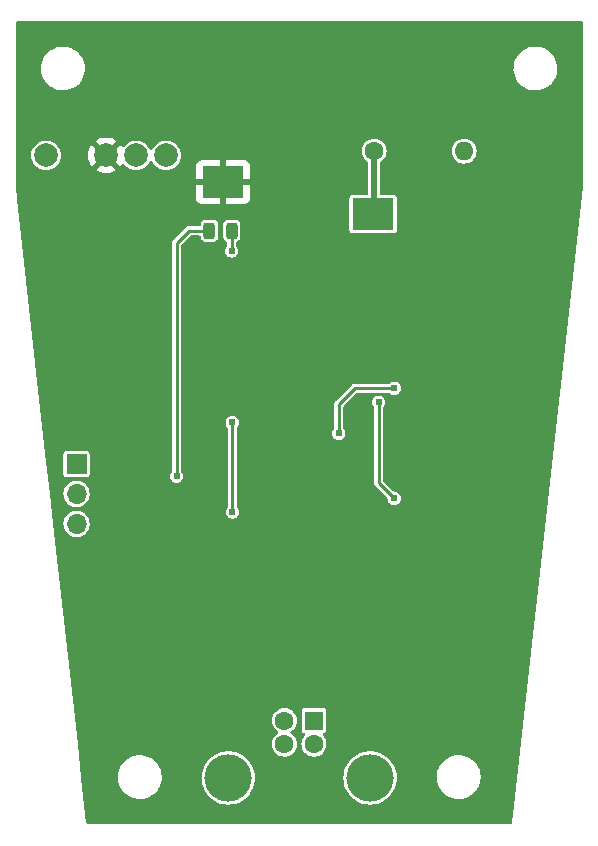
<source format=gbr>
%TF.GenerationSoftware,KiCad,Pcbnew,(6.0.1)*%
%TF.CreationDate,2022-03-26T14:46:19+01:00*%
%TF.ProjectId,fanali_coda_treno,66616e61-6c69-45f6-936f-64615f747265,rev?*%
%TF.SameCoordinates,Original*%
%TF.FileFunction,Copper,L2,Bot*%
%TF.FilePolarity,Positive*%
%FSLAX46Y46*%
G04 Gerber Fmt 4.6, Leading zero omitted, Abs format (unit mm)*
G04 Created by KiCad (PCBNEW (6.0.1)) date 2022-03-26 14:46:19*
%MOMM*%
%LPD*%
G01*
G04 APERTURE LIST*
G04 Aperture macros list*
%AMRoundRect*
0 Rectangle with rounded corners*
0 $1 Rounding radius*
0 $2 $3 $4 $5 $6 $7 $8 $9 X,Y pos of 4 corners*
0 Add a 4 corners polygon primitive as box body*
4,1,4,$2,$3,$4,$5,$6,$7,$8,$9,$2,$3,0*
0 Add four circle primitives for the rounded corners*
1,1,$1+$1,$2,$3*
1,1,$1+$1,$4,$5*
1,1,$1+$1,$6,$7*
1,1,$1+$1,$8,$9*
0 Add four rect primitives between the rounded corners*
20,1,$1+$1,$2,$3,$4,$5,0*
20,1,$1+$1,$4,$5,$6,$7,0*
20,1,$1+$1,$6,$7,$8,$9,0*
20,1,$1+$1,$8,$9,$2,$3,0*%
G04 Aperture macros list end*
%TA.AperFunction,ComponentPad*%
%ADD10C,1.600000*%
%TD*%
%TA.AperFunction,ComponentPad*%
%ADD11O,1.600000X1.600000*%
%TD*%
%TA.AperFunction,ComponentPad*%
%ADD12R,1.700000X1.700000*%
%TD*%
%TA.AperFunction,ComponentPad*%
%ADD13O,1.700000X1.700000*%
%TD*%
%TA.AperFunction,ComponentPad*%
%ADD14R,1.600000X1.600000*%
%TD*%
%TA.AperFunction,ComponentPad*%
%ADD15C,4.000000*%
%TD*%
%TA.AperFunction,ComponentPad*%
%ADD16C,2.000000*%
%TD*%
%TA.AperFunction,SMDPad,CuDef*%
%ADD17RoundRect,0.243750X0.243750X0.456250X-0.243750X0.456250X-0.243750X-0.456250X0.243750X-0.456250X0*%
%TD*%
%TA.AperFunction,SMDPad,CuDef*%
%ADD18R,3.500000X2.700000*%
%TD*%
%TA.AperFunction,SMDPad,CuDef*%
%ADD19C,5.700000*%
%TD*%
%TA.AperFunction,ViaPad*%
%ADD20C,0.609600*%
%TD*%
%TA.AperFunction,Conductor*%
%ADD21C,0.254000*%
%TD*%
%TA.AperFunction,Conductor*%
%ADD22C,0.508000*%
%TD*%
G04 APERTURE END LIST*
D10*
%TO.P,R4,1*%
%TO.N,Net-(D2-Pad1)*%
X31343600Y-12000000D03*
D11*
%TO.P,R4,2*%
%TO.N,Net-(Q1-Pad2)*%
X38963600Y-12000000D03*
%TD*%
D12*
%TO.P,J2,1,Pin_1*%
%TO.N,Net-(C4-Pad1)*%
X6146800Y-38481000D03*
D13*
%TO.P,J2,2,Pin_2*%
%TO.N,GND*%
X6146800Y-41021000D03*
%TO.P,J2,3,Pin_3*%
%TO.N,unconnected-(J2-Pad3)*%
X6146800Y-43561000D03*
%TD*%
D14*
%TO.P,J1,1,VBUS*%
%TO.N,Net-(C3-Pad1)*%
X26250000Y-60212500D03*
D10*
%TO.P,J1,2,D-*%
%TO.N,unconnected-(J1-Pad2)*%
X23750000Y-60212500D03*
%TO.P,J1,3,D+*%
%TO.N,unconnected-(J1-Pad3)*%
X23750000Y-62212500D03*
%TO.P,J1,4,GND*%
%TO.N,GND*%
X26250000Y-62212500D03*
D15*
%TO.P,J1,5,Shield*%
X19000000Y-65072500D03*
X31000000Y-65072500D03*
%TD*%
D16*
%TO.P,SW1,1,A*%
%TO.N,unconnected-(SW1-Pad1)*%
X13726387Y-12362500D03*
%TO.P,SW1,2,B*%
%TO.N,Net-(C4-Pad1)*%
X11186387Y-12362500D03*
%TO.P,SW1,3,C*%
%TO.N,+BATT*%
X8646387Y-12362500D03*
%TO.P,SW1,4*%
%TO.N,N/C*%
X3566387Y-12362500D03*
%TD*%
D17*
%TO.P,D3,1,K*%
%TO.N,Net-(D3-Pad1)*%
X19276300Y-18745200D03*
%TO.P,D3,2,A*%
%TO.N,Net-(C3-Pad1)*%
X17401300Y-18745200D03*
%TD*%
D18*
%TO.P,D2,1,K*%
%TO.N,Net-(D2-Pad1)*%
X31250000Y-17330000D03*
%TO.P,D2,2,A*%
%TO.N,+BATT*%
X18550000Y-14630000D03*
D19*
%TO.P,D2,3,PAD*%
X24900000Y-15980000D03*
%TD*%
D20*
%TO.N,+BATT*%
X34929600Y-23470400D03*
X30400000Y-28675000D03*
X35567100Y-35907900D03*
%TO.N,THR*%
X28350000Y-35890000D03*
X33040000Y-32070000D03*
%TO.N,Net-(C3-Pad1)*%
X14610900Y-39514100D03*
%TO.N,Net-(D3-Pad1)*%
X19275000Y-20450000D03*
%TO.N,Net-(R2-Pad1)*%
X31730000Y-33250000D03*
X33040000Y-41410000D03*
%TO.N,Net-(R6-Pad2)*%
X19325000Y-34975000D03*
X19350000Y-42550000D03*
%TD*%
D21*
%TO.N,THR*%
X28350000Y-33430000D02*
X29710000Y-32070000D01*
X28350000Y-35890000D02*
X28350000Y-33430000D01*
X29710000Y-32070000D02*
X33040000Y-32070000D01*
%TO.N,Net-(C3-Pad1)*%
X14610900Y-19789100D02*
X15654800Y-18745200D01*
X14610900Y-39514100D02*
X14610900Y-19789100D01*
X15654800Y-18745200D02*
X17401300Y-18745200D01*
D22*
%TO.N,Net-(D2-Pad1)*%
X31350000Y-12006400D02*
X31343600Y-12000000D01*
X31350000Y-17350000D02*
X31350000Y-12006400D01*
D21*
%TO.N,Net-(D3-Pad1)*%
X19275000Y-20450000D02*
X19275000Y-18746500D01*
X19275000Y-18746500D02*
X19276300Y-18745200D01*
%TO.N,Net-(R2-Pad1)*%
X31730000Y-33250000D02*
X31730000Y-40100000D01*
X31730000Y-40100000D02*
X33040000Y-41410000D01*
%TO.N,Net-(R6-Pad2)*%
X19325000Y-34975000D02*
X19325000Y-42525000D01*
X19325000Y-42525000D02*
X19350000Y-42550000D01*
%TD*%
%TA.AperFunction,Conductor*%
%TO.N,+BATT*%
G36*
X29000000Y-20000000D02*
G01*
X21000000Y-20000000D01*
X21000000Y-12000000D01*
X29000000Y-12000000D01*
X29000000Y-20000000D01*
G37*
%TD.AperFunction*%
%TD*%
%TA.AperFunction,Conductor*%
%TO.N,+BATT*%
G36*
X29000000Y-20000000D02*
G01*
X21000000Y-20000000D01*
X21000000Y-18531745D01*
X22713795Y-18531745D01*
X22713871Y-18532815D01*
X22717055Y-18537648D01*
X22997342Y-18752720D01*
X23002972Y-18756575D01*
X23307929Y-18941992D01*
X23313931Y-18945210D01*
X23637139Y-19096611D01*
X23643444Y-19099159D01*
X23981117Y-19214771D01*
X23987668Y-19216624D01*
X24335838Y-19295087D01*
X24342557Y-19296224D01*
X24697174Y-19336628D01*
X24703964Y-19337031D01*
X25060865Y-19338899D01*
X25067666Y-19338567D01*
X25422686Y-19301880D01*
X25429414Y-19300814D01*
X25778402Y-19225997D01*
X25784950Y-19224218D01*
X26123820Y-19112147D01*
X26130162Y-19109661D01*
X26454921Y-18961660D01*
X26460975Y-18958495D01*
X26767839Y-18776293D01*
X26773520Y-18772490D01*
X27058918Y-18558207D01*
X27064145Y-18553821D01*
X27076988Y-18541803D01*
X27085057Y-18528123D01*
X27085029Y-18527398D01*
X27079887Y-18519097D01*
X24912812Y-16352022D01*
X24898868Y-16344408D01*
X24897035Y-16344539D01*
X24890420Y-16348790D01*
X22721409Y-18517801D01*
X22713795Y-18531745D01*
X21000000Y-18531745D01*
X21000000Y-15971657D01*
X21537260Y-15971657D01*
X21555318Y-16328127D01*
X21556028Y-16334883D01*
X21612478Y-16687305D01*
X21613917Y-16693960D01*
X21708094Y-17038215D01*
X21710243Y-17044676D01*
X21841053Y-17376756D01*
X21843884Y-17382939D01*
X22009792Y-17698949D01*
X22013275Y-17704791D01*
X22212340Y-18001031D01*
X22216442Y-18006475D01*
X22340942Y-18154322D01*
X22353680Y-18162764D01*
X22364124Y-18156666D01*
X24527978Y-15992812D01*
X24534356Y-15981132D01*
X25264408Y-15981132D01*
X25264539Y-15982965D01*
X25268790Y-15989580D01*
X27434463Y-18155253D01*
X27448060Y-18162678D01*
X27457669Y-18155981D01*
X27562197Y-18034457D01*
X27566346Y-18029069D01*
X27768503Y-17734929D01*
X27772050Y-17729118D01*
X27941250Y-17414879D01*
X27944157Y-17408701D01*
X28078435Y-17078016D01*
X28080649Y-17071586D01*
X28178427Y-16728331D01*
X28179934Y-16721701D01*
X28240073Y-16369873D01*
X28240853Y-16363133D01*
X28262740Y-16005275D01*
X28262856Y-16001673D01*
X28262926Y-15981820D01*
X28262834Y-15978193D01*
X28243446Y-15620208D01*
X28242711Y-15613442D01*
X28185034Y-15261233D01*
X28183567Y-15254561D01*
X28088194Y-14910655D01*
X28086020Y-14904192D01*
X27954053Y-14572575D01*
X27951197Y-14566395D01*
X27784194Y-14250981D01*
X27780682Y-14245137D01*
X27580588Y-13949598D01*
X27576467Y-13944170D01*
X27459041Y-13805704D01*
X27446215Y-13797267D01*
X27435890Y-13803320D01*
X25272022Y-15967188D01*
X25264408Y-15981132D01*
X24534356Y-15981132D01*
X24535592Y-15978868D01*
X24535461Y-15977035D01*
X24531210Y-15970420D01*
X22365527Y-13804737D01*
X22351990Y-13797345D01*
X22342289Y-13804132D01*
X22230649Y-13934847D01*
X22226515Y-13940255D01*
X22025394Y-14235086D01*
X22021859Y-14240923D01*
X21853754Y-14555757D01*
X21850878Y-14561926D01*
X21717754Y-14893081D01*
X21715561Y-14899521D01*
X21618979Y-15243121D01*
X21617496Y-15249756D01*
X21558589Y-15601773D01*
X21557830Y-15608545D01*
X21537284Y-15964862D01*
X21537260Y-15971657D01*
X21000000Y-15971657D01*
X21000000Y-13431492D01*
X22714580Y-13431492D01*
X22714615Y-13432333D01*
X22719667Y-13440457D01*
X24887188Y-15607978D01*
X24901132Y-15615592D01*
X24902965Y-15615461D01*
X24909580Y-15611210D01*
X27078166Y-13442624D01*
X27085780Y-13428680D01*
X27085712Y-13427723D01*
X27080771Y-13420251D01*
X27076870Y-13416931D01*
X26792958Y-13200649D01*
X26787332Y-13196825D01*
X26481722Y-13012469D01*
X26475710Y-13009272D01*
X26151966Y-12858995D01*
X26145666Y-12856475D01*
X25807595Y-12742045D01*
X25801017Y-12740209D01*
X25452592Y-12662965D01*
X25445857Y-12661850D01*
X25091106Y-12622685D01*
X25084324Y-12622306D01*
X24727395Y-12621683D01*
X24720622Y-12622038D01*
X24365714Y-12659966D01*
X24359005Y-12661053D01*
X24010289Y-12737086D01*
X24003714Y-12738897D01*
X23665250Y-12852145D01*
X23658928Y-12854648D01*
X23334680Y-13003785D01*
X23328637Y-13006971D01*
X23022404Y-13190248D01*
X23016744Y-13194066D01*
X22732094Y-13409346D01*
X22726891Y-13413742D01*
X22722601Y-13417785D01*
X22714580Y-13431492D01*
X21000000Y-13431492D01*
X21000000Y-12000000D01*
X29000000Y-12000000D01*
X29000000Y-20000000D01*
G37*
%TD.AperFunction*%
%TD*%
%TA.AperFunction,Conductor*%
%TO.N,+BATT*%
G36*
X48942121Y-1020002D02*
G01*
X48988614Y-1073658D01*
X49000000Y-1126000D01*
X49000000Y-14993025D01*
X48999229Y-15006939D01*
X43012454Y-68887914D01*
X42985052Y-68953410D01*
X42926590Y-68993693D01*
X42887225Y-69000000D01*
X7112775Y-69000000D01*
X7044654Y-68979998D01*
X6998161Y-68926342D01*
X6987546Y-68887914D01*
X6560243Y-65042186D01*
X9641018Y-65042186D01*
X9666579Y-65310100D01*
X9667664Y-65314534D01*
X9667665Y-65314540D01*
X9681590Y-65371446D01*
X9730547Y-65571518D01*
X9831583Y-65820963D01*
X9967569Y-66053210D01*
X10135658Y-66263395D01*
X10332327Y-66447113D01*
X10553457Y-66600516D01*
X10794416Y-66720391D01*
X10798750Y-66721812D01*
X10798753Y-66721813D01*
X11045823Y-66802807D01*
X11045829Y-66802808D01*
X11050156Y-66804227D01*
X11054647Y-66805007D01*
X11054648Y-66805007D01*
X11311538Y-66849611D01*
X11311546Y-66849612D01*
X11315319Y-66850267D01*
X11319156Y-66850458D01*
X11398777Y-66854422D01*
X11398785Y-66854422D01*
X11400348Y-66854500D01*
X11568374Y-66854500D01*
X11570642Y-66854335D01*
X11570654Y-66854335D01*
X11701457Y-66844844D01*
X11768425Y-66839985D01*
X11772880Y-66839001D01*
X11772883Y-66839001D01*
X12026770Y-66782947D01*
X12026772Y-66782946D01*
X12031226Y-66781963D01*
X12282900Y-66686613D01*
X12518172Y-66555931D01*
X12657347Y-66449716D01*
X12728491Y-66395421D01*
X12728495Y-66395417D01*
X12732116Y-66392654D01*
X12920249Y-66200203D01*
X13027242Y-66053210D01*
X13075942Y-65986304D01*
X13075947Y-65986297D01*
X13078630Y-65982610D01*
X13203941Y-65744433D01*
X13293557Y-65490662D01*
X13318688Y-65363156D01*
X13344720Y-65231083D01*
X13344721Y-65231077D01*
X13345601Y-65226611D01*
X13353273Y-65072500D01*
X16740663Y-65072500D01*
X16759992Y-65367403D01*
X16760796Y-65371443D01*
X16760796Y-65371446D01*
X16801435Y-65575749D01*
X16817648Y-65657259D01*
X16818973Y-65661163D01*
X16818974Y-65661166D01*
X16911319Y-65933205D01*
X16912645Y-65937111D01*
X16967953Y-66049265D01*
X17040569Y-66196514D01*
X17043357Y-66202168D01*
X17207547Y-66447897D01*
X17402407Y-66670093D01*
X17624603Y-66864953D01*
X17870331Y-67029143D01*
X17874030Y-67030967D01*
X17874035Y-67030970D01*
X18010009Y-67098025D01*
X18135389Y-67159855D01*
X18139294Y-67161180D01*
X18139295Y-67161181D01*
X18411334Y-67253526D01*
X18411337Y-67253527D01*
X18415241Y-67254852D01*
X18419280Y-67255655D01*
X18419286Y-67255657D01*
X18701054Y-67311704D01*
X18701057Y-67311704D01*
X18705097Y-67312508D01*
X18709208Y-67312777D01*
X18709212Y-67312778D01*
X18995881Y-67331567D01*
X19000000Y-67331837D01*
X19004119Y-67331567D01*
X19290788Y-67312778D01*
X19290792Y-67312777D01*
X19294903Y-67312508D01*
X19298943Y-67311704D01*
X19298946Y-67311704D01*
X19580714Y-67255657D01*
X19580720Y-67255655D01*
X19584759Y-67254852D01*
X19588663Y-67253527D01*
X19588666Y-67253526D01*
X19860705Y-67161181D01*
X19860706Y-67161180D01*
X19864611Y-67159855D01*
X19989991Y-67098025D01*
X20125965Y-67030970D01*
X20125970Y-67030967D01*
X20129669Y-67029143D01*
X20375397Y-66864953D01*
X20597593Y-66670093D01*
X20792453Y-66447897D01*
X20956643Y-66202168D01*
X20959432Y-66196514D01*
X21032047Y-66049265D01*
X21087355Y-65937111D01*
X21088681Y-65933205D01*
X21181026Y-65661166D01*
X21181027Y-65661163D01*
X21182352Y-65657259D01*
X21198566Y-65575749D01*
X21239204Y-65371446D01*
X21239204Y-65371443D01*
X21240008Y-65367403D01*
X21259337Y-65072500D01*
X28740663Y-65072500D01*
X28759992Y-65367403D01*
X28760796Y-65371443D01*
X28760796Y-65371446D01*
X28801435Y-65575749D01*
X28817648Y-65657259D01*
X28818973Y-65661163D01*
X28818974Y-65661166D01*
X28911319Y-65933205D01*
X28912645Y-65937111D01*
X28967953Y-66049265D01*
X29040569Y-66196514D01*
X29043357Y-66202168D01*
X29207547Y-66447897D01*
X29402407Y-66670093D01*
X29624603Y-66864953D01*
X29870331Y-67029143D01*
X29874030Y-67030967D01*
X29874035Y-67030970D01*
X30010009Y-67098025D01*
X30135389Y-67159855D01*
X30139294Y-67161180D01*
X30139295Y-67161181D01*
X30411334Y-67253526D01*
X30411337Y-67253527D01*
X30415241Y-67254852D01*
X30419280Y-67255655D01*
X30419286Y-67255657D01*
X30701054Y-67311704D01*
X30701057Y-67311704D01*
X30705097Y-67312508D01*
X30709208Y-67312777D01*
X30709212Y-67312778D01*
X30995881Y-67331567D01*
X31000000Y-67331837D01*
X31004119Y-67331567D01*
X31290788Y-67312778D01*
X31290792Y-67312777D01*
X31294903Y-67312508D01*
X31298943Y-67311704D01*
X31298946Y-67311704D01*
X31580714Y-67255657D01*
X31580720Y-67255655D01*
X31584759Y-67254852D01*
X31588663Y-67253527D01*
X31588666Y-67253526D01*
X31860705Y-67161181D01*
X31860706Y-67161180D01*
X31864611Y-67159855D01*
X31989991Y-67098025D01*
X32125965Y-67030970D01*
X32125970Y-67030967D01*
X32129669Y-67029143D01*
X32375397Y-66864953D01*
X32597593Y-66670093D01*
X32792453Y-66447897D01*
X32956643Y-66202168D01*
X32959432Y-66196514D01*
X33032047Y-66049265D01*
X33087355Y-65937111D01*
X33088681Y-65933205D01*
X33181026Y-65661166D01*
X33181027Y-65661163D01*
X33182352Y-65657259D01*
X33198566Y-65575749D01*
X33239204Y-65371446D01*
X33239204Y-65371443D01*
X33240008Y-65367403D01*
X33259337Y-65072500D01*
X33257350Y-65042186D01*
X36641018Y-65042186D01*
X36666579Y-65310100D01*
X36667664Y-65314534D01*
X36667665Y-65314540D01*
X36681590Y-65371446D01*
X36730547Y-65571518D01*
X36831583Y-65820963D01*
X36967569Y-66053210D01*
X37135658Y-66263395D01*
X37332327Y-66447113D01*
X37553457Y-66600516D01*
X37794416Y-66720391D01*
X37798750Y-66721812D01*
X37798753Y-66721813D01*
X38045823Y-66802807D01*
X38045829Y-66802808D01*
X38050156Y-66804227D01*
X38054647Y-66805007D01*
X38054648Y-66805007D01*
X38311538Y-66849611D01*
X38311546Y-66849612D01*
X38315319Y-66850267D01*
X38319156Y-66850458D01*
X38398777Y-66854422D01*
X38398785Y-66854422D01*
X38400348Y-66854500D01*
X38568374Y-66854500D01*
X38570642Y-66854335D01*
X38570654Y-66854335D01*
X38701457Y-66844844D01*
X38768425Y-66839985D01*
X38772880Y-66839001D01*
X38772883Y-66839001D01*
X39026770Y-66782947D01*
X39026772Y-66782946D01*
X39031226Y-66781963D01*
X39282900Y-66686613D01*
X39518172Y-66555931D01*
X39657347Y-66449716D01*
X39728491Y-66395421D01*
X39728495Y-66395417D01*
X39732116Y-66392654D01*
X39920249Y-66200203D01*
X40027242Y-66053210D01*
X40075942Y-65986304D01*
X40075947Y-65986297D01*
X40078630Y-65982610D01*
X40203941Y-65744433D01*
X40293557Y-65490662D01*
X40318688Y-65363156D01*
X40344720Y-65231083D01*
X40344721Y-65231077D01*
X40345601Y-65226611D01*
X40354782Y-65042186D01*
X40358755Y-64962383D01*
X40358755Y-64962377D01*
X40358982Y-64957814D01*
X40333421Y-64689900D01*
X40283954Y-64487741D01*
X40270539Y-64432920D01*
X40269453Y-64428482D01*
X40168417Y-64179037D01*
X40032431Y-63946790D01*
X39864342Y-63736605D01*
X39667673Y-63552887D01*
X39446543Y-63399484D01*
X39205584Y-63279609D01*
X39201250Y-63278188D01*
X39201247Y-63278187D01*
X38954177Y-63197193D01*
X38954171Y-63197192D01*
X38949844Y-63195773D01*
X38890010Y-63185384D01*
X38688462Y-63150389D01*
X38688454Y-63150388D01*
X38684681Y-63149733D01*
X38674718Y-63149237D01*
X38601223Y-63145578D01*
X38601215Y-63145578D01*
X38599652Y-63145500D01*
X38431626Y-63145500D01*
X38429358Y-63145665D01*
X38429346Y-63145665D01*
X38298543Y-63155156D01*
X38231575Y-63160015D01*
X38227120Y-63160999D01*
X38227117Y-63160999D01*
X37973230Y-63217053D01*
X37973228Y-63217054D01*
X37968774Y-63218037D01*
X37717100Y-63313387D01*
X37481828Y-63444069D01*
X37478196Y-63446841D01*
X37271509Y-63604579D01*
X37271505Y-63604583D01*
X37267884Y-63607346D01*
X37079751Y-63799797D01*
X37077066Y-63803486D01*
X36924058Y-64013696D01*
X36924053Y-64013703D01*
X36921370Y-64017390D01*
X36796059Y-64255567D01*
X36706443Y-64509338D01*
X36705560Y-64513820D01*
X36670855Y-64689900D01*
X36654399Y-64773389D01*
X36654172Y-64777942D01*
X36654172Y-64777945D01*
X36644991Y-64962383D01*
X36641018Y-65042186D01*
X33257350Y-65042186D01*
X33251820Y-64957814D01*
X33240278Y-64781712D01*
X33240277Y-64781708D01*
X33240008Y-64777597D01*
X33239171Y-64773389D01*
X33183157Y-64491786D01*
X33183155Y-64491780D01*
X33182352Y-64487741D01*
X33087355Y-64207889D01*
X32993411Y-64017390D01*
X32958470Y-63946536D01*
X32958467Y-63946531D01*
X32956643Y-63942832D01*
X32792453Y-63697103D01*
X32597593Y-63474907D01*
X32375397Y-63280047D01*
X32129669Y-63115857D01*
X32125970Y-63114033D01*
X32125965Y-63114030D01*
X31989991Y-63046975D01*
X31864611Y-62985145D01*
X31860142Y-62983628D01*
X31588666Y-62891474D01*
X31588663Y-62891473D01*
X31584759Y-62890148D01*
X31580720Y-62889345D01*
X31580714Y-62889343D01*
X31298946Y-62833296D01*
X31298943Y-62833296D01*
X31294903Y-62832492D01*
X31290792Y-62832223D01*
X31290788Y-62832222D01*
X31004119Y-62813433D01*
X31000000Y-62813163D01*
X30995881Y-62813433D01*
X30709212Y-62832222D01*
X30709208Y-62832223D01*
X30705097Y-62832492D01*
X30701057Y-62833296D01*
X30701054Y-62833296D01*
X30419286Y-62889343D01*
X30419280Y-62889345D01*
X30415241Y-62890148D01*
X30411337Y-62891473D01*
X30411334Y-62891474D01*
X30139858Y-62983628D01*
X30135389Y-62985145D01*
X30010143Y-63046910D01*
X29874036Y-63114030D01*
X29874031Y-63114033D01*
X29870332Y-63115857D01*
X29624603Y-63280047D01*
X29402407Y-63474907D01*
X29207547Y-63697103D01*
X29043357Y-63942832D01*
X29041533Y-63946531D01*
X29041530Y-63946536D01*
X29006589Y-64017390D01*
X28912645Y-64207889D01*
X28817648Y-64487741D01*
X28816845Y-64491780D01*
X28816843Y-64491786D01*
X28760829Y-64773389D01*
X28759992Y-64777597D01*
X28759723Y-64781708D01*
X28759722Y-64781712D01*
X28748180Y-64957814D01*
X28740663Y-65072500D01*
X21259337Y-65072500D01*
X21251820Y-64957814D01*
X21240278Y-64781712D01*
X21240277Y-64781708D01*
X21240008Y-64777597D01*
X21239171Y-64773389D01*
X21183157Y-64491786D01*
X21183155Y-64491780D01*
X21182352Y-64487741D01*
X21087355Y-64207889D01*
X20993411Y-64017390D01*
X20958470Y-63946536D01*
X20958467Y-63946531D01*
X20956643Y-63942832D01*
X20792453Y-63697103D01*
X20597593Y-63474907D01*
X20375397Y-63280047D01*
X20129669Y-63115857D01*
X20125970Y-63114033D01*
X20125965Y-63114030D01*
X19989991Y-63046975D01*
X19864611Y-62985145D01*
X19860142Y-62983628D01*
X19588666Y-62891474D01*
X19588663Y-62891473D01*
X19584759Y-62890148D01*
X19580720Y-62889345D01*
X19580714Y-62889343D01*
X19298946Y-62833296D01*
X19298943Y-62833296D01*
X19294903Y-62832492D01*
X19290792Y-62832223D01*
X19290788Y-62832222D01*
X19004119Y-62813433D01*
X19000000Y-62813163D01*
X18995881Y-62813433D01*
X18709212Y-62832222D01*
X18709208Y-62832223D01*
X18705097Y-62832492D01*
X18701057Y-62833296D01*
X18701054Y-62833296D01*
X18419286Y-62889343D01*
X18419280Y-62889345D01*
X18415241Y-62890148D01*
X18411337Y-62891473D01*
X18411334Y-62891474D01*
X18139858Y-62983628D01*
X18135389Y-62985145D01*
X18010143Y-63046910D01*
X17874036Y-63114030D01*
X17874031Y-63114033D01*
X17870332Y-63115857D01*
X17624603Y-63280047D01*
X17402407Y-63474907D01*
X17207547Y-63697103D01*
X17043357Y-63942832D01*
X17041533Y-63946531D01*
X17041530Y-63946536D01*
X17006589Y-64017390D01*
X16912645Y-64207889D01*
X16817648Y-64487741D01*
X16816845Y-64491780D01*
X16816843Y-64491786D01*
X16760829Y-64773389D01*
X16759992Y-64777597D01*
X16759723Y-64781708D01*
X16759722Y-64781712D01*
X16748180Y-64957814D01*
X16740663Y-65072500D01*
X13353273Y-65072500D01*
X13354782Y-65042186D01*
X13358755Y-64962383D01*
X13358755Y-64962377D01*
X13358982Y-64957814D01*
X13333421Y-64689900D01*
X13283954Y-64487741D01*
X13270539Y-64432920D01*
X13269453Y-64428482D01*
X13168417Y-64179037D01*
X13032431Y-63946790D01*
X12864342Y-63736605D01*
X12667673Y-63552887D01*
X12446543Y-63399484D01*
X12205584Y-63279609D01*
X12201250Y-63278188D01*
X12201247Y-63278187D01*
X11954177Y-63197193D01*
X11954171Y-63197192D01*
X11949844Y-63195773D01*
X11890010Y-63185384D01*
X11688462Y-63150389D01*
X11688454Y-63150388D01*
X11684681Y-63149733D01*
X11674718Y-63149237D01*
X11601223Y-63145578D01*
X11601215Y-63145578D01*
X11599652Y-63145500D01*
X11431626Y-63145500D01*
X11429358Y-63145665D01*
X11429346Y-63145665D01*
X11298543Y-63155156D01*
X11231575Y-63160015D01*
X11227120Y-63160999D01*
X11227117Y-63160999D01*
X10973230Y-63217053D01*
X10973228Y-63217054D01*
X10968774Y-63218037D01*
X10717100Y-63313387D01*
X10481828Y-63444069D01*
X10478196Y-63446841D01*
X10271509Y-63604579D01*
X10271505Y-63604583D01*
X10267884Y-63607346D01*
X10079751Y-63799797D01*
X10077066Y-63803486D01*
X9924058Y-64013696D01*
X9924053Y-64013703D01*
X9921370Y-64017390D01*
X9796059Y-64255567D01*
X9706443Y-64509338D01*
X9705560Y-64513820D01*
X9670855Y-64689900D01*
X9654399Y-64773389D01*
X9654172Y-64777942D01*
X9654172Y-64777945D01*
X9644991Y-64962383D01*
X9641018Y-65042186D01*
X6560243Y-65042186D01*
X6244190Y-62197706D01*
X22690501Y-62197706D01*
X22707806Y-62403778D01*
X22764807Y-62602566D01*
X22767625Y-62608048D01*
X22767626Y-62608052D01*
X22856514Y-62781009D01*
X22856517Y-62781013D01*
X22859334Y-62786495D01*
X22987786Y-62948561D01*
X23145271Y-63082591D01*
X23325789Y-63183480D01*
X23522466Y-63247384D01*
X23727809Y-63271870D01*
X23733944Y-63271398D01*
X23733946Y-63271398D01*
X23927856Y-63256477D01*
X23927860Y-63256476D01*
X23933998Y-63256004D01*
X24133178Y-63200392D01*
X24138682Y-63197612D01*
X24138684Y-63197611D01*
X24312262Y-63109931D01*
X24312264Y-63109930D01*
X24317763Y-63107152D01*
X24480722Y-62979834D01*
X24484748Y-62975170D01*
X24484751Y-62975167D01*
X24611819Y-62827957D01*
X24611820Y-62827955D01*
X24615848Y-62823289D01*
X24717995Y-62643479D01*
X24783270Y-62447253D01*
X24809189Y-62242086D01*
X24809602Y-62212500D01*
X24808151Y-62197706D01*
X25190501Y-62197706D01*
X25207806Y-62403778D01*
X25264807Y-62602566D01*
X25267625Y-62608048D01*
X25267626Y-62608052D01*
X25356514Y-62781009D01*
X25356517Y-62781013D01*
X25359334Y-62786495D01*
X25487786Y-62948561D01*
X25645271Y-63082591D01*
X25825789Y-63183480D01*
X26022466Y-63247384D01*
X26227809Y-63271870D01*
X26233944Y-63271398D01*
X26233946Y-63271398D01*
X26427856Y-63256477D01*
X26427860Y-63256476D01*
X26433998Y-63256004D01*
X26633178Y-63200392D01*
X26638682Y-63197612D01*
X26638684Y-63197611D01*
X26812262Y-63109931D01*
X26812264Y-63109930D01*
X26817763Y-63107152D01*
X26980722Y-62979834D01*
X26984748Y-62975170D01*
X26984751Y-62975167D01*
X27111819Y-62827957D01*
X27111820Y-62827955D01*
X27115848Y-62823289D01*
X27217995Y-62643479D01*
X27283270Y-62447253D01*
X27309189Y-62242086D01*
X27309602Y-62212500D01*
X27289422Y-62006689D01*
X27229651Y-61808717D01*
X27132565Y-61626125D01*
X27128674Y-61621355D01*
X27128672Y-61621351D01*
X27004932Y-61469631D01*
X26977378Y-61404199D01*
X26989574Y-61334257D01*
X27037646Y-61282012D01*
X27077995Y-61266416D01*
X27098410Y-61262356D01*
X27137126Y-61254656D01*
X27137128Y-61254655D01*
X27149301Y-61252234D01*
X27159621Y-61245339D01*
X27159622Y-61245338D01*
X27223168Y-61202877D01*
X27233484Y-61195984D01*
X27289734Y-61111801D01*
X27304500Y-61037567D01*
X27304499Y-59387434D01*
X27297388Y-59351682D01*
X27292156Y-59325374D01*
X27292155Y-59325372D01*
X27289734Y-59313199D01*
X27233484Y-59229016D01*
X27149301Y-59172766D01*
X27075067Y-59158000D01*
X26250134Y-59158000D01*
X25424934Y-59158001D01*
X25389182Y-59165112D01*
X25362874Y-59170344D01*
X25362872Y-59170345D01*
X25350699Y-59172766D01*
X25340379Y-59179661D01*
X25340378Y-59179662D01*
X25279985Y-59220016D01*
X25266516Y-59229016D01*
X25210266Y-59313199D01*
X25195500Y-59387433D01*
X25195501Y-61037566D01*
X25210266Y-61111801D01*
X25217161Y-61122120D01*
X25217162Y-61122122D01*
X25237072Y-61151919D01*
X25266516Y-61195984D01*
X25350699Y-61252234D01*
X25421997Y-61266416D01*
X25423415Y-61266698D01*
X25486325Y-61299605D01*
X25521457Y-61361300D01*
X25517657Y-61432195D01*
X25495356Y-61471268D01*
X25375708Y-61613860D01*
X25276082Y-61795078D01*
X25213553Y-61992196D01*
X25190501Y-62197706D01*
X24808151Y-62197706D01*
X24789422Y-62006689D01*
X24729651Y-61808717D01*
X24632565Y-61626125D01*
X24628674Y-61621355D01*
X24628672Y-61621351D01*
X24505758Y-61470643D01*
X24505755Y-61470640D01*
X24501863Y-61465868D01*
X24494966Y-61460162D01*
X24347271Y-61337978D01*
X24347266Y-61337975D01*
X24342522Y-61334050D01*
X24324410Y-61324257D01*
X24274001Y-61274263D01*
X24258623Y-61204951D01*
X24283159Y-61138329D01*
X24315433Y-61108329D01*
X24317763Y-61107152D01*
X24480722Y-60979834D01*
X24484748Y-60975170D01*
X24484751Y-60975167D01*
X24611819Y-60827957D01*
X24611820Y-60827955D01*
X24615848Y-60823289D01*
X24717995Y-60643479D01*
X24783270Y-60447253D01*
X24809189Y-60242086D01*
X24809602Y-60212500D01*
X24789422Y-60006689D01*
X24729651Y-59808717D01*
X24632565Y-59626125D01*
X24628674Y-59621355D01*
X24628672Y-59621351D01*
X24505758Y-59470643D01*
X24505755Y-59470640D01*
X24501863Y-59465868D01*
X24494966Y-59460162D01*
X24347271Y-59337978D01*
X24347266Y-59337975D01*
X24342522Y-59334050D01*
X24337103Y-59331120D01*
X24337100Y-59331118D01*
X24166032Y-59238622D01*
X24166027Y-59238620D01*
X24160612Y-59235692D01*
X23963063Y-59174540D01*
X23956938Y-59173896D01*
X23956937Y-59173896D01*
X23763526Y-59153568D01*
X23763524Y-59153568D01*
X23757397Y-59152924D01*
X23631229Y-59164406D01*
X23557591Y-59171107D01*
X23557590Y-59171107D01*
X23551450Y-59171666D01*
X23353066Y-59230054D01*
X23347601Y-59232911D01*
X23175261Y-59323008D01*
X23175257Y-59323011D01*
X23169801Y-59325863D01*
X23008635Y-59455443D01*
X22875708Y-59613860D01*
X22776082Y-59795078D01*
X22713553Y-59992196D01*
X22690501Y-60197706D01*
X22707806Y-60403778D01*
X22764807Y-60602566D01*
X22767625Y-60608048D01*
X22767626Y-60608052D01*
X22856514Y-60781009D01*
X22856517Y-60781013D01*
X22859334Y-60786495D01*
X22987786Y-60948561D01*
X22992479Y-60952555D01*
X22992480Y-60952556D01*
X23085095Y-61031377D01*
X23145271Y-61082591D01*
X23150647Y-61085595D01*
X23150649Y-61085597D01*
X23178612Y-61101225D01*
X23228318Y-61151919D01*
X23242725Y-61221439D01*
X23217261Y-61287711D01*
X23180043Y-61319062D01*
X23180418Y-61319634D01*
X23175695Y-61322725D01*
X23175520Y-61322872D01*
X23175270Y-61323003D01*
X23175263Y-61323007D01*
X23169801Y-61325863D01*
X23008635Y-61455443D01*
X22875708Y-61613860D01*
X22776082Y-61795078D01*
X22713553Y-61992196D01*
X22690501Y-62197706D01*
X6244190Y-62197706D01*
X4170218Y-43531964D01*
X5037948Y-43531964D01*
X5051224Y-43734522D01*
X5052645Y-43740118D01*
X5052646Y-43740123D01*
X5072919Y-43819945D01*
X5101192Y-43931269D01*
X5103609Y-43936512D01*
X5140810Y-44017208D01*
X5186177Y-44115616D01*
X5303333Y-44281389D01*
X5448738Y-44423035D01*
X5617520Y-44535812D01*
X5622823Y-44538090D01*
X5622826Y-44538092D01*
X5711507Y-44576192D01*
X5804028Y-44615942D01*
X5877044Y-44632464D01*
X5996379Y-44659467D01*
X5996384Y-44659468D01*
X6002016Y-44660742D01*
X6007787Y-44660969D01*
X6007789Y-44660969D01*
X6067556Y-44663317D01*
X6204853Y-44668712D01*
X6305299Y-44654148D01*
X6400031Y-44640413D01*
X6400036Y-44640412D01*
X6405745Y-44639584D01*
X6411209Y-44637729D01*
X6411214Y-44637728D01*
X6592493Y-44576192D01*
X6592498Y-44576190D01*
X6597965Y-44574334D01*
X6775076Y-44475147D01*
X6837734Y-44423035D01*
X6926713Y-44349031D01*
X6931145Y-44345345D01*
X7060947Y-44189276D01*
X7160134Y-44012165D01*
X7161990Y-44006698D01*
X7161992Y-44006693D01*
X7223528Y-43825414D01*
X7223529Y-43825409D01*
X7225384Y-43819945D01*
X7226212Y-43814236D01*
X7226213Y-43814231D01*
X7253979Y-43622727D01*
X7254512Y-43619053D01*
X7256032Y-43561000D01*
X7237458Y-43358859D01*
X7235890Y-43353299D01*
X7183925Y-43169046D01*
X7183924Y-43169044D01*
X7182357Y-43163487D01*
X7171778Y-43142033D01*
X7095131Y-42986609D01*
X7092576Y-42981428D01*
X6971120Y-42818779D01*
X6846556Y-42703633D01*
X6826303Y-42684911D01*
X6822058Y-42680987D01*
X6817175Y-42677906D01*
X6817171Y-42677903D01*
X6655264Y-42575748D01*
X6650381Y-42572667D01*
X6461839Y-42497446D01*
X6456179Y-42496320D01*
X6456175Y-42496319D01*
X6268413Y-42458971D01*
X6268410Y-42458971D01*
X6262746Y-42457844D01*
X6256971Y-42457768D01*
X6256967Y-42457768D01*
X6155593Y-42456441D01*
X6059771Y-42455187D01*
X6054074Y-42456166D01*
X6054073Y-42456166D01*
X5865407Y-42488585D01*
X5859710Y-42489564D01*
X5669263Y-42559824D01*
X5494810Y-42663612D01*
X5490470Y-42667418D01*
X5490466Y-42667421D01*
X5449175Y-42703633D01*
X5342192Y-42797455D01*
X5216520Y-42956869D01*
X5213831Y-42961980D01*
X5213829Y-42961983D01*
X5200873Y-42986609D01*
X5122003Y-43136515D01*
X5061807Y-43330378D01*
X5037948Y-43531964D01*
X4170218Y-43531964D01*
X3887996Y-40991964D01*
X5037948Y-40991964D01*
X5051224Y-41194522D01*
X5052645Y-41200118D01*
X5052646Y-41200123D01*
X5072919Y-41279945D01*
X5101192Y-41391269D01*
X5103609Y-41396512D01*
X5140810Y-41477208D01*
X5186177Y-41575616D01*
X5303333Y-41741389D01*
X5307475Y-41745424D01*
X5372770Y-41809031D01*
X5448738Y-41883035D01*
X5453542Y-41886245D01*
X5521200Y-41931453D01*
X5617520Y-41995812D01*
X5622823Y-41998090D01*
X5622826Y-41998092D01*
X5711507Y-42036192D01*
X5804028Y-42075942D01*
X5877044Y-42092464D01*
X5996379Y-42119467D01*
X5996384Y-42119468D01*
X6002016Y-42120742D01*
X6007787Y-42120969D01*
X6007789Y-42120969D01*
X6067556Y-42123317D01*
X6204853Y-42128712D01*
X6305299Y-42114148D01*
X6400031Y-42100413D01*
X6400036Y-42100412D01*
X6405745Y-42099584D01*
X6411209Y-42097729D01*
X6411214Y-42097728D01*
X6592493Y-42036192D01*
X6592498Y-42036190D01*
X6597965Y-42034334D01*
X6775076Y-41935147D01*
X6815286Y-41901705D01*
X6926713Y-41809031D01*
X6931145Y-41805345D01*
X7060947Y-41649276D01*
X7160134Y-41472165D01*
X7161990Y-41466698D01*
X7161992Y-41466693D01*
X7223528Y-41285414D01*
X7223529Y-41285409D01*
X7225384Y-41279945D01*
X7226212Y-41274236D01*
X7226213Y-41274231D01*
X7243791Y-41152996D01*
X7254512Y-41079053D01*
X7256032Y-41021000D01*
X7241707Y-40865096D01*
X7237987Y-40824613D01*
X7237986Y-40824610D01*
X7237458Y-40818859D01*
X7235495Y-40811900D01*
X7183925Y-40629046D01*
X7183924Y-40629044D01*
X7182357Y-40623487D01*
X7171778Y-40602033D01*
X7095131Y-40446609D01*
X7092576Y-40441428D01*
X6971120Y-40278779D01*
X6822058Y-40140987D01*
X6817175Y-40137906D01*
X6817171Y-40137903D01*
X6655264Y-40035748D01*
X6650381Y-40032667D01*
X6461839Y-39957446D01*
X6456179Y-39956320D01*
X6456175Y-39956319D01*
X6268413Y-39918971D01*
X6268410Y-39918971D01*
X6262746Y-39917844D01*
X6256971Y-39917768D01*
X6256967Y-39917768D01*
X6155593Y-39916441D01*
X6059771Y-39915187D01*
X6054074Y-39916166D01*
X6054073Y-39916166D01*
X5903863Y-39941977D01*
X5859710Y-39949564D01*
X5669263Y-40019824D01*
X5494810Y-40123612D01*
X5490470Y-40127418D01*
X5490466Y-40127421D01*
X5346533Y-40253648D01*
X5342192Y-40257455D01*
X5216520Y-40416869D01*
X5213831Y-40421980D01*
X5213829Y-40421983D01*
X5200873Y-40446609D01*
X5122003Y-40596515D01*
X5061807Y-40790378D01*
X5037948Y-40991964D01*
X3887996Y-40991964D01*
X3511770Y-37605933D01*
X5042300Y-37605933D01*
X5042301Y-39356066D01*
X5057066Y-39430301D01*
X5113316Y-39514484D01*
X5197499Y-39570734D01*
X5271733Y-39585500D01*
X6146658Y-39585500D01*
X7021866Y-39585499D01*
X7057618Y-39578388D01*
X7083926Y-39573156D01*
X7083928Y-39573155D01*
X7096101Y-39570734D01*
X7106421Y-39563839D01*
X7106422Y-39563838D01*
X7169968Y-39521377D01*
X7180284Y-39514484D01*
X7180541Y-39514100D01*
X14046774Y-39514100D01*
X14065996Y-39660107D01*
X14122353Y-39796163D01*
X14212003Y-39912997D01*
X14328837Y-40002647D01*
X14464893Y-40059004D01*
X14473077Y-40060081D01*
X14473079Y-40060082D01*
X14602712Y-40077148D01*
X14610900Y-40078226D01*
X14619088Y-40077148D01*
X14748721Y-40060082D01*
X14748723Y-40060081D01*
X14756907Y-40059004D01*
X14892963Y-40002647D01*
X15009797Y-39912997D01*
X15099447Y-39796163D01*
X15155804Y-39660107D01*
X15175026Y-39514100D01*
X15155804Y-39368093D01*
X15099447Y-39232037D01*
X15018436Y-39126462D01*
X14992837Y-39060244D01*
X14992400Y-39049760D01*
X14992400Y-34975000D01*
X18760874Y-34975000D01*
X18780096Y-35121007D01*
X18836453Y-35257063D01*
X18917464Y-35362638D01*
X18943063Y-35428856D01*
X18943500Y-35439340D01*
X18943500Y-42118239D01*
X18923498Y-42186360D01*
X18917463Y-42194943D01*
X18861453Y-42267937D01*
X18805096Y-42403993D01*
X18785874Y-42550000D01*
X18786952Y-42558188D01*
X18803119Y-42680987D01*
X18805096Y-42696007D01*
X18861453Y-42832063D01*
X18951103Y-42948897D01*
X19067937Y-43038547D01*
X19203993Y-43094904D01*
X19212177Y-43095981D01*
X19212179Y-43095982D01*
X19341812Y-43113048D01*
X19350000Y-43114126D01*
X19358188Y-43113048D01*
X19487821Y-43095982D01*
X19487823Y-43095981D01*
X19496007Y-43094904D01*
X19632063Y-43038547D01*
X19748897Y-42948897D01*
X19838547Y-42832063D01*
X19894904Y-42696007D01*
X19896882Y-42680987D01*
X19913048Y-42558188D01*
X19914126Y-42550000D01*
X19894904Y-42403993D01*
X19838547Y-42267937D01*
X19748897Y-42151103D01*
X19743174Y-42146711D01*
X19709379Y-42084823D01*
X19706500Y-42058040D01*
X19706500Y-35890000D01*
X27785874Y-35890000D01*
X27805096Y-36036007D01*
X27861453Y-36172063D01*
X27951103Y-36288897D01*
X28067937Y-36378547D01*
X28203993Y-36434904D01*
X28212177Y-36435981D01*
X28212179Y-36435982D01*
X28341812Y-36453048D01*
X28350000Y-36454126D01*
X28358188Y-36453048D01*
X28487821Y-36435982D01*
X28487823Y-36435981D01*
X28496007Y-36434904D01*
X28632063Y-36378547D01*
X28748897Y-36288897D01*
X28838547Y-36172063D01*
X28894904Y-36036007D01*
X28914126Y-35890000D01*
X28894904Y-35743993D01*
X28838547Y-35607937D01*
X28757536Y-35502362D01*
X28731937Y-35436144D01*
X28731500Y-35425660D01*
X28731500Y-33640212D01*
X28751502Y-33572091D01*
X28768405Y-33551117D01*
X29831118Y-32488405D01*
X29893430Y-32454379D01*
X29920213Y-32451500D01*
X31587858Y-32451500D01*
X31655979Y-32471502D01*
X31702472Y-32525158D01*
X31712576Y-32595432D01*
X31683082Y-32660012D01*
X31623356Y-32698396D01*
X31604304Y-32702422D01*
X31592179Y-32704018D01*
X31592177Y-32704019D01*
X31583993Y-32705096D01*
X31447937Y-32761453D01*
X31331103Y-32851103D01*
X31241453Y-32967937D01*
X31185096Y-33103993D01*
X31184019Y-33112177D01*
X31184018Y-33112179D01*
X31179838Y-33143929D01*
X31165874Y-33250000D01*
X31166952Y-33258188D01*
X31180817Y-33363502D01*
X31185096Y-33396007D01*
X31241453Y-33532063D01*
X31322464Y-33637638D01*
X31348063Y-33703856D01*
X31348500Y-33714340D01*
X31348500Y-40045865D01*
X31345914Y-40070164D01*
X31345846Y-40071602D01*
X31343655Y-40081780D01*
X31344879Y-40092120D01*
X31347627Y-40115342D01*
X31347979Y-40121320D01*
X31348072Y-40121312D01*
X31348500Y-40126490D01*
X31348500Y-40131692D01*
X31349354Y-40136822D01*
X31351686Y-40150832D01*
X31352522Y-40156704D01*
X31358582Y-40207907D01*
X31362567Y-40216206D01*
X31364078Y-40225283D01*
X31388558Y-40270651D01*
X31391239Y-40275914D01*
X31410127Y-40315250D01*
X31410130Y-40315254D01*
X31413560Y-40322398D01*
X31417170Y-40326692D01*
X31419102Y-40328624D01*
X31420889Y-40330573D01*
X31420918Y-40330626D01*
X31420788Y-40330745D01*
X31421289Y-40331313D01*
X31424388Y-40337057D01*
X31432033Y-40344124D01*
X31464209Y-40373867D01*
X31467775Y-40377297D01*
X32441899Y-41351421D01*
X32475925Y-41413733D01*
X32477726Y-41424070D01*
X32484058Y-41472165D01*
X32495096Y-41556007D01*
X32551453Y-41692063D01*
X32641103Y-41808897D01*
X32757937Y-41898547D01*
X32893993Y-41954904D01*
X32902177Y-41955981D01*
X32902179Y-41955982D01*
X33031812Y-41973048D01*
X33040000Y-41974126D01*
X33048188Y-41973048D01*
X33177821Y-41955982D01*
X33177823Y-41955981D01*
X33186007Y-41954904D01*
X33322063Y-41898547D01*
X33438897Y-41808897D01*
X33528547Y-41692063D01*
X33584904Y-41556007D01*
X33604126Y-41410000D01*
X33584904Y-41263993D01*
X33528547Y-41127937D01*
X33438897Y-41011103D01*
X33322063Y-40921453D01*
X33186007Y-40865096D01*
X33177823Y-40864019D01*
X33177821Y-40864018D01*
X33124776Y-40857035D01*
X33054071Y-40847726D01*
X32989145Y-40819005D01*
X32981423Y-40811900D01*
X32148405Y-39978882D01*
X32114379Y-39916570D01*
X32111500Y-39889787D01*
X32111500Y-33714340D01*
X32131502Y-33646219D01*
X32137527Y-33637650D01*
X32218547Y-33532063D01*
X32274904Y-33396007D01*
X32279184Y-33363502D01*
X32293048Y-33258188D01*
X32294126Y-33250000D01*
X32280162Y-33143929D01*
X32275982Y-33112179D01*
X32275981Y-33112177D01*
X32274904Y-33103993D01*
X32218547Y-32967937D01*
X32128897Y-32851103D01*
X32012063Y-32761453D01*
X31876007Y-32705096D01*
X31867823Y-32704019D01*
X31867821Y-32704018D01*
X31855696Y-32702422D01*
X31790769Y-32673700D01*
X31751677Y-32614434D01*
X31750832Y-32543443D01*
X31788502Y-32483264D01*
X31852728Y-32453005D01*
X31872142Y-32451500D01*
X32575660Y-32451500D01*
X32643781Y-32471502D01*
X32652350Y-32477527D01*
X32757937Y-32558547D01*
X32893993Y-32614904D01*
X32902177Y-32615981D01*
X32902179Y-32615982D01*
X33031812Y-32633048D01*
X33040000Y-32634126D01*
X33048188Y-32633048D01*
X33177821Y-32615982D01*
X33177823Y-32615981D01*
X33186007Y-32614904D01*
X33322063Y-32558547D01*
X33438897Y-32468897D01*
X33528547Y-32352063D01*
X33584904Y-32216007D01*
X33604126Y-32070000D01*
X33584904Y-31923993D01*
X33528547Y-31787937D01*
X33438897Y-31671103D01*
X33322063Y-31581453D01*
X33186007Y-31525096D01*
X33177823Y-31524019D01*
X33177821Y-31524018D01*
X33048188Y-31506952D01*
X33040000Y-31505874D01*
X33031812Y-31506952D01*
X32902179Y-31524018D01*
X32902177Y-31524019D01*
X32893993Y-31525096D01*
X32757937Y-31581453D01*
X32652362Y-31662464D01*
X32586144Y-31688063D01*
X32575660Y-31688500D01*
X29764136Y-31688500D01*
X29739847Y-31685915D01*
X29738400Y-31685847D01*
X29728220Y-31683655D01*
X29695356Y-31687545D01*
X29694660Y-31687627D01*
X29688679Y-31687980D01*
X29688687Y-31688072D01*
X29683508Y-31688500D01*
X29678308Y-31688500D01*
X29673181Y-31689353D01*
X29673173Y-31689354D01*
X29659151Y-31691688D01*
X29653275Y-31692525D01*
X29612431Y-31697359D01*
X29612429Y-31697360D01*
X29602092Y-31698583D01*
X29593795Y-31702567D01*
X29584717Y-31704078D01*
X29575555Y-31709022D01*
X29575551Y-31709023D01*
X29539356Y-31728553D01*
X29534072Y-31731246D01*
X29487602Y-31753560D01*
X29483308Y-31757170D01*
X29481376Y-31759102D01*
X29479427Y-31760889D01*
X29479374Y-31760918D01*
X29479255Y-31760788D01*
X29478687Y-31761289D01*
X29472943Y-31764388D01*
X29465876Y-31772033D01*
X29436134Y-31804208D01*
X29432704Y-31807774D01*
X28118520Y-33121958D01*
X28099511Y-33137311D01*
X28098448Y-33138278D01*
X28089696Y-33143929D01*
X28069516Y-33169527D01*
X28068771Y-33170472D01*
X28064794Y-33174947D01*
X28064865Y-33175008D01*
X28061512Y-33178965D01*
X28057829Y-33182648D01*
X28054803Y-33186883D01*
X28054801Y-33186885D01*
X28046547Y-33198436D01*
X28042984Y-33203182D01*
X28011066Y-33243670D01*
X28008015Y-33252357D01*
X28002666Y-33259843D01*
X27999683Y-33269819D01*
X27999682Y-33269820D01*
X27987902Y-33309211D01*
X27986072Y-33314843D01*
X27968984Y-33363502D01*
X27968500Y-33369091D01*
X27968500Y-33371802D01*
X27968385Y-33374469D01*
X27968366Y-33374532D01*
X27968192Y-33374525D01*
X27968145Y-33375271D01*
X27966275Y-33381524D01*
X27966684Y-33391928D01*
X27968403Y-33435678D01*
X27968500Y-33440625D01*
X27968500Y-35425660D01*
X27948498Y-35493781D01*
X27942473Y-35502350D01*
X27861453Y-35607937D01*
X27805096Y-35743993D01*
X27785874Y-35890000D01*
X19706500Y-35890000D01*
X19706500Y-35439340D01*
X19726502Y-35371219D01*
X19732527Y-35362650D01*
X19813547Y-35257063D01*
X19869904Y-35121007D01*
X19889126Y-34975000D01*
X19869904Y-34828993D01*
X19813547Y-34692937D01*
X19723897Y-34576103D01*
X19607063Y-34486453D01*
X19471007Y-34430096D01*
X19462823Y-34429019D01*
X19462821Y-34429018D01*
X19333188Y-34411952D01*
X19325000Y-34410874D01*
X19316812Y-34411952D01*
X19187179Y-34429018D01*
X19187177Y-34429019D01*
X19178993Y-34430096D01*
X19042937Y-34486453D01*
X18926103Y-34576103D01*
X18836453Y-34692937D01*
X18780096Y-34828993D01*
X18760874Y-34975000D01*
X14992400Y-34975000D01*
X14992400Y-19999312D01*
X15012402Y-19931191D01*
X15029305Y-19910217D01*
X15775917Y-19163605D01*
X15838229Y-19129579D01*
X15865012Y-19126700D01*
X16533522Y-19126700D01*
X16601643Y-19146702D01*
X16648136Y-19200358D01*
X16659301Y-19245735D01*
X16659301Y-19248614D01*
X16665919Y-19309542D01*
X16716017Y-19443182D01*
X16721401Y-19450365D01*
X16721401Y-19450366D01*
X16789889Y-19541748D01*
X16801611Y-19557389D01*
X16808792Y-19562771D01*
X16908632Y-19637597D01*
X16915818Y-19642983D01*
X16924226Y-19646135D01*
X17042060Y-19690308D01*
X17042062Y-19690309D01*
X17049458Y-19693081D01*
X17110385Y-19699700D01*
X17401257Y-19699700D01*
X17692214Y-19699699D01*
X17695608Y-19699330D01*
X17695614Y-19699330D01*
X17745283Y-19693935D01*
X17745286Y-19693934D01*
X17753142Y-19693081D01*
X17784100Y-19681476D01*
X17878374Y-19646135D01*
X17886782Y-19642983D01*
X17893969Y-19637597D01*
X17993808Y-19562771D01*
X18000989Y-19557389D01*
X18012711Y-19541748D01*
X18081199Y-19450366D01*
X18081199Y-19450365D01*
X18086583Y-19443182D01*
X18125676Y-19338899D01*
X18133908Y-19316940D01*
X18133909Y-19316938D01*
X18136681Y-19309542D01*
X18143300Y-19248615D01*
X18143299Y-18241786D01*
X18143299Y-18241785D01*
X18534300Y-18241785D01*
X18534301Y-19248614D01*
X18540919Y-19309542D01*
X18591017Y-19443182D01*
X18596401Y-19450365D01*
X18596401Y-19450366D01*
X18664889Y-19541748D01*
X18676611Y-19557389D01*
X18683792Y-19562771D01*
X18783636Y-19637601D01*
X18783639Y-19637603D01*
X18790818Y-19642983D01*
X18799221Y-19646133D01*
X18811729Y-19650822D01*
X18868494Y-19693463D01*
X18893194Y-19760024D01*
X18893500Y-19768804D01*
X18893500Y-19985660D01*
X18873498Y-20053781D01*
X18867473Y-20062350D01*
X18786453Y-20167937D01*
X18730096Y-20303993D01*
X18710874Y-20450000D01*
X18730096Y-20596007D01*
X18786453Y-20732063D01*
X18876103Y-20848897D01*
X18992937Y-20938547D01*
X19128993Y-20994904D01*
X19137177Y-20995981D01*
X19137179Y-20995982D01*
X19266812Y-21013048D01*
X19275000Y-21014126D01*
X19283188Y-21013048D01*
X19412821Y-20995982D01*
X19412823Y-20995981D01*
X19421007Y-20994904D01*
X19557063Y-20938547D01*
X19673897Y-20848897D01*
X19763547Y-20732063D01*
X19819904Y-20596007D01*
X19839126Y-20450000D01*
X19819904Y-20303993D01*
X19763547Y-20167937D01*
X19682536Y-20062362D01*
X19656937Y-19996144D01*
X19656500Y-19985660D01*
X19656500Y-19769779D01*
X19676502Y-19701658D01*
X19730158Y-19655165D01*
X19738273Y-19651796D01*
X19753373Y-19646136D01*
X19753377Y-19646134D01*
X19761782Y-19642983D01*
X19875989Y-19557389D01*
X19887711Y-19541748D01*
X19956199Y-19450366D01*
X19956199Y-19450365D01*
X19961583Y-19443182D01*
X20000676Y-19338899D01*
X20008908Y-19316940D01*
X20008909Y-19316938D01*
X20011681Y-19309542D01*
X20018300Y-19248615D01*
X20018299Y-18531745D01*
X22713795Y-18531745D01*
X22713871Y-18532815D01*
X22717055Y-18537648D01*
X22997342Y-18752720D01*
X23002972Y-18756575D01*
X23307929Y-18941992D01*
X23313931Y-18945210D01*
X23637139Y-19096611D01*
X23643444Y-19099159D01*
X23981117Y-19214771D01*
X23987668Y-19216624D01*
X24335838Y-19295087D01*
X24342557Y-19296224D01*
X24697174Y-19336628D01*
X24703964Y-19337031D01*
X25060865Y-19338899D01*
X25067666Y-19338567D01*
X25422686Y-19301880D01*
X25429414Y-19300814D01*
X25778402Y-19225997D01*
X25784950Y-19224218D01*
X26123820Y-19112147D01*
X26130162Y-19109661D01*
X26454921Y-18961660D01*
X26460975Y-18958495D01*
X26767839Y-18776293D01*
X26773520Y-18772490D01*
X27058918Y-18558207D01*
X27064145Y-18553821D01*
X27076988Y-18541803D01*
X27085057Y-18528123D01*
X27085029Y-18527398D01*
X27079887Y-18519097D01*
X24912812Y-16352022D01*
X24898868Y-16344408D01*
X24897035Y-16344539D01*
X24890420Y-16348790D01*
X22721409Y-18517801D01*
X22713795Y-18531745D01*
X20018299Y-18531745D01*
X20018299Y-18241786D01*
X20011681Y-18180858D01*
X20002083Y-18155253D01*
X19964735Y-18055626D01*
X19961583Y-18047218D01*
X19875989Y-17933011D01*
X19761782Y-17847417D01*
X19635545Y-17800094D01*
X19635540Y-17800092D01*
X19635538Y-17800091D01*
X19628142Y-17797319D01*
X19567215Y-17790700D01*
X19276343Y-17790700D01*
X18985386Y-17790701D01*
X18981992Y-17791070D01*
X18981986Y-17791070D01*
X18932317Y-17796465D01*
X18932314Y-17796466D01*
X18924458Y-17797319D01*
X18790818Y-17847417D01*
X18676611Y-17933011D01*
X18591017Y-18047218D01*
X18587865Y-18055626D01*
X18550245Y-18155981D01*
X18540919Y-18180858D01*
X18534300Y-18241785D01*
X18143299Y-18241785D01*
X18136681Y-18180858D01*
X18127083Y-18155253D01*
X18089735Y-18055626D01*
X18086583Y-18047218D01*
X18000989Y-17933011D01*
X17886782Y-17847417D01*
X17760545Y-17800094D01*
X17760540Y-17800092D01*
X17760538Y-17800091D01*
X17753142Y-17797319D01*
X17692215Y-17790700D01*
X17401343Y-17790700D01*
X17110386Y-17790701D01*
X17106992Y-17791070D01*
X17106986Y-17791070D01*
X17057317Y-17796465D01*
X17057314Y-17796466D01*
X17049458Y-17797319D01*
X16915818Y-17847417D01*
X16801611Y-17933011D01*
X16716017Y-18047218D01*
X16712865Y-18055626D01*
X16675245Y-18155981D01*
X16665919Y-18180858D01*
X16659300Y-18241785D01*
X16659300Y-18244619D01*
X16635678Y-18311456D01*
X16579585Y-18354978D01*
X16533521Y-18363700D01*
X15708940Y-18363700D01*
X15684624Y-18361113D01*
X15683201Y-18361046D01*
X15673020Y-18358854D01*
X15639481Y-18362824D01*
X15639452Y-18362827D01*
X15633478Y-18363179D01*
X15633486Y-18363272D01*
X15628308Y-18363700D01*
X15623108Y-18363700D01*
X15617979Y-18364554D01*
X15617976Y-18364554D01*
X15603965Y-18366886D01*
X15598086Y-18367723D01*
X15557233Y-18372558D01*
X15557232Y-18372558D01*
X15546893Y-18373782D01*
X15538594Y-18377767D01*
X15529517Y-18379278D01*
X15484176Y-18403743D01*
X15478883Y-18406440D01*
X15439549Y-18425327D01*
X15439545Y-18425329D01*
X15432403Y-18428759D01*
X15428108Y-18432369D01*
X15426181Y-18434296D01*
X15424224Y-18436091D01*
X15424166Y-18436122D01*
X15424048Y-18435993D01*
X15423484Y-18436490D01*
X15417743Y-18439588D01*
X15410674Y-18447235D01*
X15410673Y-18447236D01*
X15380946Y-18479395D01*
X15377516Y-18482961D01*
X14379421Y-19481056D01*
X14360405Y-19496415D01*
X14359344Y-19497381D01*
X14350596Y-19503029D01*
X14344150Y-19511206D01*
X14329671Y-19529572D01*
X14325694Y-19534047D01*
X14325765Y-19534108D01*
X14322412Y-19538065D01*
X14318729Y-19541748D01*
X14315703Y-19545983D01*
X14315701Y-19545985D01*
X14307447Y-19557536D01*
X14303884Y-19562282D01*
X14271966Y-19602770D01*
X14268915Y-19611457D01*
X14263566Y-19618943D01*
X14260583Y-19628919D01*
X14260582Y-19628920D01*
X14248802Y-19668311D01*
X14246972Y-19673943D01*
X14229884Y-19722602D01*
X14229400Y-19728191D01*
X14229400Y-19730902D01*
X14229285Y-19733569D01*
X14229266Y-19733632D01*
X14229092Y-19733625D01*
X14229045Y-19734371D01*
X14227175Y-19740624D01*
X14227584Y-19751028D01*
X14229303Y-19794778D01*
X14229400Y-19799725D01*
X14229400Y-39049760D01*
X14209398Y-39117881D01*
X14203373Y-39126450D01*
X14122353Y-39232037D01*
X14065996Y-39368093D01*
X14046774Y-39514100D01*
X7180541Y-39514100D01*
X7236534Y-39430301D01*
X7251300Y-39356067D01*
X7251299Y-37605934D01*
X7236534Y-37531699D01*
X7180284Y-37447516D01*
X7096101Y-37391266D01*
X7021867Y-37376500D01*
X6146942Y-37376500D01*
X5271734Y-37376501D01*
X5235982Y-37383612D01*
X5209674Y-37388844D01*
X5209672Y-37388845D01*
X5197499Y-37391266D01*
X5187179Y-37398161D01*
X5187178Y-37398162D01*
X5126785Y-37438516D01*
X5113316Y-37447516D01*
X5057066Y-37531699D01*
X5042300Y-37605933D01*
X3511770Y-37605933D01*
X1113852Y-16024669D01*
X16292001Y-16024669D01*
X16292371Y-16031490D01*
X16297895Y-16082352D01*
X16301521Y-16097604D01*
X16346676Y-16218054D01*
X16355214Y-16233649D01*
X16431715Y-16335724D01*
X16444276Y-16348285D01*
X16546351Y-16424786D01*
X16561946Y-16433324D01*
X16682394Y-16478478D01*
X16697649Y-16482105D01*
X16748514Y-16487631D01*
X16755328Y-16488000D01*
X18277885Y-16488000D01*
X18293124Y-16483525D01*
X18294329Y-16482135D01*
X18296000Y-16474452D01*
X18296000Y-16469884D01*
X18804000Y-16469884D01*
X18808475Y-16485123D01*
X18809865Y-16486328D01*
X18817548Y-16487999D01*
X20344669Y-16487999D01*
X20351490Y-16487629D01*
X20402352Y-16482105D01*
X20417604Y-16478479D01*
X20538054Y-16433324D01*
X20553649Y-16424786D01*
X20655724Y-16348285D01*
X20668285Y-16335724D01*
X20744786Y-16233649D01*
X20753324Y-16218054D01*
X20798478Y-16097606D01*
X20802105Y-16082351D01*
X20807631Y-16031486D01*
X20808000Y-16024672D01*
X20808000Y-15971657D01*
X21537260Y-15971657D01*
X21555318Y-16328127D01*
X21556028Y-16334883D01*
X21612478Y-16687305D01*
X21613917Y-16693960D01*
X21708094Y-17038215D01*
X21710243Y-17044676D01*
X21841053Y-17376756D01*
X21843884Y-17382939D01*
X22009792Y-17698949D01*
X22013275Y-17704791D01*
X22212340Y-18001031D01*
X22216442Y-18006475D01*
X22340942Y-18154322D01*
X22353680Y-18162764D01*
X22364124Y-18156666D01*
X24527978Y-15992812D01*
X24534356Y-15981132D01*
X25264408Y-15981132D01*
X25264539Y-15982965D01*
X25268790Y-15989580D01*
X27434463Y-18155253D01*
X27448060Y-18162678D01*
X27457669Y-18155981D01*
X27562197Y-18034457D01*
X27566346Y-18029069D01*
X27768503Y-17734929D01*
X27772050Y-17729118D01*
X27941250Y-17414879D01*
X27944157Y-17408701D01*
X28078435Y-17078016D01*
X28080649Y-17071586D01*
X28178427Y-16728331D01*
X28179934Y-16721701D01*
X28240073Y-16369873D01*
X28240853Y-16363133D01*
X28262740Y-16005275D01*
X28262856Y-16001673D01*
X28262926Y-15981820D01*
X28262834Y-15978193D01*
X28261574Y-15954933D01*
X29245500Y-15954933D01*
X29245501Y-18705066D01*
X29260266Y-18779301D01*
X29316516Y-18863484D01*
X29400699Y-18919734D01*
X29474933Y-18934500D01*
X31249713Y-18934500D01*
X33025066Y-18934499D01*
X33060818Y-18927388D01*
X33087126Y-18922156D01*
X33087128Y-18922155D01*
X33099301Y-18919734D01*
X33109621Y-18912839D01*
X33109622Y-18912838D01*
X33173168Y-18870377D01*
X33183484Y-18863484D01*
X33239734Y-18779301D01*
X33254500Y-18705067D01*
X33254499Y-15954934D01*
X33239734Y-15880699D01*
X33183484Y-15796516D01*
X33099301Y-15740266D01*
X33025067Y-15725500D01*
X31984500Y-15725500D01*
X31916379Y-15705498D01*
X31869886Y-15651842D01*
X31858500Y-15599500D01*
X31858500Y-12996757D01*
X31878502Y-12928636D01*
X31911939Y-12895389D01*
X31911363Y-12894652D01*
X31938953Y-12873096D01*
X32074322Y-12767334D01*
X32078348Y-12762670D01*
X32078351Y-12762667D01*
X32205419Y-12615457D01*
X32205420Y-12615455D01*
X32209448Y-12610789D01*
X32311595Y-12430979D01*
X32376870Y-12234753D01*
X32402789Y-12029586D01*
X32403202Y-12000000D01*
X32401751Y-11985206D01*
X37904101Y-11985206D01*
X37921406Y-12191278D01*
X37978407Y-12390066D01*
X37981225Y-12395548D01*
X37981226Y-12395552D01*
X38070114Y-12568509D01*
X38070117Y-12568513D01*
X38072934Y-12573995D01*
X38201386Y-12736061D01*
X38206079Y-12740055D01*
X38206080Y-12740056D01*
X38340726Y-12854648D01*
X38358871Y-12870091D01*
X38539389Y-12970980D01*
X38736066Y-13034884D01*
X38941409Y-13059370D01*
X38947544Y-13058898D01*
X38947546Y-13058898D01*
X39141456Y-13043977D01*
X39141460Y-13043976D01*
X39147598Y-13043504D01*
X39346778Y-12987892D01*
X39352282Y-12985112D01*
X39352284Y-12985111D01*
X39525862Y-12897431D01*
X39525864Y-12897430D01*
X39531363Y-12894652D01*
X39694322Y-12767334D01*
X39698348Y-12762670D01*
X39698351Y-12762667D01*
X39825419Y-12615457D01*
X39825420Y-12615455D01*
X39829448Y-12610789D01*
X39931595Y-12430979D01*
X39996870Y-12234753D01*
X40022789Y-12029586D01*
X40023202Y-12000000D01*
X40003022Y-11794189D01*
X39943251Y-11596217D01*
X39894248Y-11504055D01*
X39849059Y-11419067D01*
X39849057Y-11419064D01*
X39846165Y-11413625D01*
X39842274Y-11408855D01*
X39842272Y-11408851D01*
X39719358Y-11258143D01*
X39719355Y-11258140D01*
X39715463Y-11253368D01*
X39708566Y-11247662D01*
X39560871Y-11125478D01*
X39560866Y-11125475D01*
X39556122Y-11121550D01*
X39550703Y-11118620D01*
X39550700Y-11118618D01*
X39379632Y-11026122D01*
X39379627Y-11026120D01*
X39374212Y-11023192D01*
X39176663Y-10962040D01*
X39170538Y-10961396D01*
X39170537Y-10961396D01*
X38977126Y-10941068D01*
X38977124Y-10941068D01*
X38970997Y-10940424D01*
X38844829Y-10951906D01*
X38771191Y-10958607D01*
X38771190Y-10958607D01*
X38765050Y-10959166D01*
X38566666Y-11017554D01*
X38561201Y-11020411D01*
X38388861Y-11110508D01*
X38388857Y-11110511D01*
X38383401Y-11113363D01*
X38222235Y-11242943D01*
X38089308Y-11401360D01*
X37989682Y-11582578D01*
X37927153Y-11779696D01*
X37904101Y-11985206D01*
X32401751Y-11985206D01*
X32383022Y-11794189D01*
X32323251Y-11596217D01*
X32274248Y-11504055D01*
X32229059Y-11419067D01*
X32229057Y-11419064D01*
X32226165Y-11413625D01*
X32222274Y-11408855D01*
X32222272Y-11408851D01*
X32099358Y-11258143D01*
X32099355Y-11258140D01*
X32095463Y-11253368D01*
X32088566Y-11247662D01*
X31940871Y-11125478D01*
X31940866Y-11125475D01*
X31936122Y-11121550D01*
X31930703Y-11118620D01*
X31930700Y-11118618D01*
X31759632Y-11026122D01*
X31759627Y-11026120D01*
X31754212Y-11023192D01*
X31556663Y-10962040D01*
X31550538Y-10961396D01*
X31550537Y-10961396D01*
X31357126Y-10941068D01*
X31357124Y-10941068D01*
X31350997Y-10940424D01*
X31224829Y-10951906D01*
X31151191Y-10958607D01*
X31151190Y-10958607D01*
X31145050Y-10959166D01*
X30946666Y-11017554D01*
X30941201Y-11020411D01*
X30768861Y-11110508D01*
X30768857Y-11110511D01*
X30763401Y-11113363D01*
X30602235Y-11242943D01*
X30469308Y-11401360D01*
X30369682Y-11582578D01*
X30307153Y-11779696D01*
X30284101Y-11985206D01*
X30301406Y-12191278D01*
X30358407Y-12390066D01*
X30361225Y-12395548D01*
X30361226Y-12395552D01*
X30450114Y-12568509D01*
X30450117Y-12568513D01*
X30452934Y-12573995D01*
X30581386Y-12736061D01*
X30586079Y-12740055D01*
X30586080Y-12740056D01*
X30720726Y-12854648D01*
X30738871Y-12870091D01*
X30744247Y-12873096D01*
X30744252Y-12873099D01*
X30776972Y-12891386D01*
X30826677Y-12942080D01*
X30841500Y-13001373D01*
X30841500Y-15599501D01*
X30821498Y-15667622D01*
X30767842Y-15714115D01*
X30715500Y-15725501D01*
X29474934Y-15725501D01*
X29439182Y-15732612D01*
X29412874Y-15737844D01*
X29412872Y-15737845D01*
X29400699Y-15740266D01*
X29390379Y-15747161D01*
X29390378Y-15747162D01*
X29329985Y-15787516D01*
X29316516Y-15796516D01*
X29260266Y-15880699D01*
X29245500Y-15954933D01*
X28261574Y-15954933D01*
X28243446Y-15620208D01*
X28242711Y-15613442D01*
X28185034Y-15261233D01*
X28183567Y-15254561D01*
X28088194Y-14910655D01*
X28086020Y-14904192D01*
X27954053Y-14572575D01*
X27951197Y-14566395D01*
X27784194Y-14250981D01*
X27780682Y-14245137D01*
X27580588Y-13949598D01*
X27576467Y-13944170D01*
X27459041Y-13805704D01*
X27446215Y-13797267D01*
X27435890Y-13803320D01*
X25272022Y-15967188D01*
X25264408Y-15981132D01*
X24534356Y-15981132D01*
X24535592Y-15978868D01*
X24535461Y-15977035D01*
X24531210Y-15970420D01*
X22365527Y-13804737D01*
X22351990Y-13797345D01*
X22342289Y-13804132D01*
X22230649Y-13934847D01*
X22226515Y-13940255D01*
X22025394Y-14235086D01*
X22021859Y-14240923D01*
X21853754Y-14555757D01*
X21850878Y-14561926D01*
X21717754Y-14893081D01*
X21715561Y-14899521D01*
X21618979Y-15243121D01*
X21617496Y-15249756D01*
X21558589Y-15601773D01*
X21557830Y-15608545D01*
X21537284Y-15964862D01*
X21537260Y-15971657D01*
X20808000Y-15971657D01*
X20808000Y-14902115D01*
X20803525Y-14886876D01*
X20802135Y-14885671D01*
X20794452Y-14884000D01*
X18822115Y-14884000D01*
X18806876Y-14888475D01*
X18805671Y-14889865D01*
X18804000Y-14897548D01*
X18804000Y-16469884D01*
X18296000Y-16469884D01*
X18296000Y-14902115D01*
X18291525Y-14886876D01*
X18290135Y-14885671D01*
X18282452Y-14884000D01*
X16310116Y-14884000D01*
X16294877Y-14888475D01*
X16293672Y-14889865D01*
X16292001Y-14897548D01*
X16292001Y-16024669D01*
X1113852Y-16024669D01*
X1000771Y-15006939D01*
X1000000Y-14993025D01*
X1000000Y-14357885D01*
X16292000Y-14357885D01*
X16296475Y-14373124D01*
X16297865Y-14374329D01*
X16305548Y-14376000D01*
X18277885Y-14376000D01*
X18293124Y-14371525D01*
X18294329Y-14370135D01*
X18296000Y-14362452D01*
X18296000Y-14357885D01*
X18804000Y-14357885D01*
X18808475Y-14373124D01*
X18809865Y-14374329D01*
X18817548Y-14376000D01*
X20789884Y-14376000D01*
X20805123Y-14371525D01*
X20806328Y-14370135D01*
X20807999Y-14362452D01*
X20807999Y-13431492D01*
X22714580Y-13431492D01*
X22714615Y-13432333D01*
X22719667Y-13440457D01*
X24887188Y-15607978D01*
X24901132Y-15615592D01*
X24902965Y-15615461D01*
X24909580Y-15611210D01*
X27078166Y-13442624D01*
X27085780Y-13428680D01*
X27085712Y-13427723D01*
X27080771Y-13420251D01*
X27076870Y-13416931D01*
X26792958Y-13200649D01*
X26787332Y-13196825D01*
X26481722Y-13012469D01*
X26475710Y-13009272D01*
X26151966Y-12858995D01*
X26145666Y-12856475D01*
X25807595Y-12742045D01*
X25801017Y-12740209D01*
X25452592Y-12662965D01*
X25445857Y-12661850D01*
X25091106Y-12622685D01*
X25084324Y-12622306D01*
X24727395Y-12621683D01*
X24720622Y-12622038D01*
X24365714Y-12659966D01*
X24359005Y-12661053D01*
X24010289Y-12737086D01*
X24003714Y-12738897D01*
X23665250Y-12852145D01*
X23658928Y-12854648D01*
X23334680Y-13003785D01*
X23328637Y-13006971D01*
X23022404Y-13190248D01*
X23016744Y-13194066D01*
X22732094Y-13409346D01*
X22726891Y-13413742D01*
X22722601Y-13417785D01*
X22714580Y-13431492D01*
X20807999Y-13431492D01*
X20807999Y-13235331D01*
X20807629Y-13228510D01*
X20802105Y-13177648D01*
X20798479Y-13162396D01*
X20753324Y-13041946D01*
X20744786Y-13026351D01*
X20668285Y-12924276D01*
X20655724Y-12911715D01*
X20553649Y-12835214D01*
X20538054Y-12826676D01*
X20417606Y-12781522D01*
X20402351Y-12777895D01*
X20351486Y-12772369D01*
X20344672Y-12772000D01*
X18822115Y-12772000D01*
X18806876Y-12776475D01*
X18805671Y-12777865D01*
X18804000Y-12785548D01*
X18804000Y-14357885D01*
X18296000Y-14357885D01*
X18296000Y-12790116D01*
X18291525Y-12774877D01*
X18290135Y-12773672D01*
X18282452Y-12772001D01*
X16755331Y-12772001D01*
X16748510Y-12772371D01*
X16697648Y-12777895D01*
X16682396Y-12781521D01*
X16561946Y-12826676D01*
X16546351Y-12835214D01*
X16444276Y-12911715D01*
X16431715Y-12924276D01*
X16355214Y-13026351D01*
X16346676Y-13041946D01*
X16301522Y-13162394D01*
X16297895Y-13177649D01*
X16292369Y-13228514D01*
X16292000Y-13235328D01*
X16292000Y-14357885D01*
X1000000Y-14357885D01*
X1000000Y-12362500D01*
X2307095Y-12362500D01*
X2326226Y-12581174D01*
X2383040Y-12793203D01*
X2420296Y-12873099D01*
X2473482Y-12987159D01*
X2473485Y-12987164D01*
X2475808Y-12992146D01*
X2478964Y-12996653D01*
X2478965Y-12996655D01*
X2522879Y-13059370D01*
X2601713Y-13171957D01*
X2756930Y-13327174D01*
X2761438Y-13330331D01*
X2761441Y-13330333D01*
X2932232Y-13449922D01*
X2936741Y-13453079D01*
X2941723Y-13455402D01*
X2941728Y-13455405D01*
X3042503Y-13502396D01*
X3135684Y-13545847D01*
X3347713Y-13602661D01*
X3566387Y-13621792D01*
X3785061Y-13602661D01*
X3813017Y-13595170D01*
X7778547Y-13595170D01*
X7784274Y-13602820D01*
X7955429Y-13707705D01*
X7964224Y-13712187D01*
X8174375Y-13799234D01*
X8183760Y-13802283D01*
X8404941Y-13855385D01*
X8414688Y-13856928D01*
X8641457Y-13874775D01*
X8651317Y-13874775D01*
X8878086Y-13856928D01*
X8887833Y-13855385D01*
X9109014Y-13802283D01*
X9118399Y-13799234D01*
X9328550Y-13712187D01*
X9337345Y-13707705D01*
X9504832Y-13605068D01*
X9514294Y-13594610D01*
X9510511Y-13585834D01*
X8659199Y-12734522D01*
X8645255Y-12726908D01*
X8643422Y-12727039D01*
X8636807Y-12731290D01*
X7785307Y-13582790D01*
X7778547Y-13595170D01*
X3813017Y-13595170D01*
X3997090Y-13545847D01*
X4090271Y-13502396D01*
X4191046Y-13455405D01*
X4191051Y-13455402D01*
X4196033Y-13453079D01*
X4200542Y-13449922D01*
X4371333Y-13330333D01*
X4371336Y-13330331D01*
X4375844Y-13327174D01*
X4531061Y-13171957D01*
X4609896Y-13059370D01*
X4653809Y-12996655D01*
X4653810Y-12996653D01*
X4656966Y-12992146D01*
X4659289Y-12987164D01*
X4659292Y-12987159D01*
X4712478Y-12873099D01*
X4749734Y-12793203D01*
X4806548Y-12581174D01*
X4825248Y-12367430D01*
X7134112Y-12367430D01*
X7151959Y-12594199D01*
X7153502Y-12603946D01*
X7206604Y-12825127D01*
X7209653Y-12834512D01*
X7296700Y-13044663D01*
X7301182Y-13053458D01*
X7403819Y-13220945D01*
X7414277Y-13230407D01*
X7423053Y-13226624D01*
X8274365Y-12375312D01*
X8280743Y-12363632D01*
X9010795Y-12363632D01*
X9010926Y-12365465D01*
X9015177Y-12372080D01*
X9866677Y-13223580D01*
X9879057Y-13230340D01*
X9886707Y-13224613D01*
X9959853Y-13105251D01*
X10012500Y-13057620D01*
X10082542Y-13046013D01*
X10147739Y-13074116D01*
X10170498Y-13098815D01*
X10221713Y-13171957D01*
X10376930Y-13327174D01*
X10381438Y-13330331D01*
X10381441Y-13330333D01*
X10552232Y-13449922D01*
X10556741Y-13453079D01*
X10561723Y-13455402D01*
X10561728Y-13455405D01*
X10662503Y-13502396D01*
X10755684Y-13545847D01*
X10967713Y-13602661D01*
X11186387Y-13621792D01*
X11405061Y-13602661D01*
X11617090Y-13545847D01*
X11710271Y-13502396D01*
X11811046Y-13455405D01*
X11811051Y-13455402D01*
X11816033Y-13453079D01*
X11820542Y-13449922D01*
X11991333Y-13330333D01*
X11991336Y-13330331D01*
X11995844Y-13327174D01*
X12151061Y-13171957D01*
X12229896Y-13059370D01*
X12273809Y-12996655D01*
X12273810Y-12996653D01*
X12276966Y-12992146D01*
X12279290Y-12987161D01*
X12279294Y-12987155D01*
X12342192Y-12852268D01*
X12389109Y-12798982D01*
X12457386Y-12779521D01*
X12525346Y-12800063D01*
X12570582Y-12852268D01*
X12633480Y-12987155D01*
X12633484Y-12987161D01*
X12635808Y-12992146D01*
X12638964Y-12996653D01*
X12638965Y-12996655D01*
X12682879Y-13059370D01*
X12761713Y-13171957D01*
X12916930Y-13327174D01*
X12921438Y-13330331D01*
X12921441Y-13330333D01*
X13092232Y-13449922D01*
X13096741Y-13453079D01*
X13101723Y-13455402D01*
X13101728Y-13455405D01*
X13202503Y-13502396D01*
X13295684Y-13545847D01*
X13507713Y-13602661D01*
X13726387Y-13621792D01*
X13945061Y-13602661D01*
X14157090Y-13545847D01*
X14250271Y-13502396D01*
X14351046Y-13455405D01*
X14351051Y-13455402D01*
X14356033Y-13453079D01*
X14360542Y-13449922D01*
X14531333Y-13330333D01*
X14531336Y-13330331D01*
X14535844Y-13327174D01*
X14691061Y-13171957D01*
X14769896Y-13059370D01*
X14813809Y-12996655D01*
X14813810Y-12996653D01*
X14816966Y-12992146D01*
X14819289Y-12987164D01*
X14819292Y-12987159D01*
X14872478Y-12873099D01*
X14909734Y-12793203D01*
X14966548Y-12581174D01*
X14985679Y-12362500D01*
X14966548Y-12143826D01*
X14909734Y-11931797D01*
X14836070Y-11773823D01*
X14819292Y-11737841D01*
X14819289Y-11737836D01*
X14816966Y-11732854D01*
X14774035Y-11671542D01*
X14694220Y-11557554D01*
X14694218Y-11557551D01*
X14691061Y-11553043D01*
X14535844Y-11397826D01*
X14531336Y-11394669D01*
X14531333Y-11394667D01*
X14360542Y-11275078D01*
X14360540Y-11275077D01*
X14356033Y-11271921D01*
X14351051Y-11269598D01*
X14351046Y-11269595D01*
X14250271Y-11222604D01*
X14157090Y-11179153D01*
X13945061Y-11122339D01*
X13726387Y-11103208D01*
X13507713Y-11122339D01*
X13295684Y-11179153D01*
X13202503Y-11222604D01*
X13101728Y-11269595D01*
X13101723Y-11269598D01*
X13096741Y-11271921D01*
X13092234Y-11275077D01*
X13092232Y-11275078D01*
X12921441Y-11394667D01*
X12921438Y-11394669D01*
X12916930Y-11397826D01*
X12761713Y-11553043D01*
X12758556Y-11557551D01*
X12758554Y-11557554D01*
X12678739Y-11671542D01*
X12635808Y-11732854D01*
X12633484Y-11737839D01*
X12633480Y-11737845D01*
X12570582Y-11872732D01*
X12523665Y-11926018D01*
X12455388Y-11945479D01*
X12387428Y-11924937D01*
X12342192Y-11872732D01*
X12279294Y-11737845D01*
X12279290Y-11737839D01*
X12276966Y-11732854D01*
X12234035Y-11671542D01*
X12154220Y-11557554D01*
X12154218Y-11557551D01*
X12151061Y-11553043D01*
X11995844Y-11397826D01*
X11991336Y-11394669D01*
X11991333Y-11394667D01*
X11820542Y-11275078D01*
X11820540Y-11275077D01*
X11816033Y-11271921D01*
X11811051Y-11269598D01*
X11811046Y-11269595D01*
X11710271Y-11222604D01*
X11617090Y-11179153D01*
X11405061Y-11122339D01*
X11186387Y-11103208D01*
X10967713Y-11122339D01*
X10755684Y-11179153D01*
X10662503Y-11222604D01*
X10561728Y-11269595D01*
X10561723Y-11269598D01*
X10556741Y-11271921D01*
X10552234Y-11275077D01*
X10552232Y-11275078D01*
X10381441Y-11394667D01*
X10381438Y-11394669D01*
X10376930Y-11397826D01*
X10221713Y-11553043D01*
X10218556Y-11557551D01*
X10218554Y-11557554D01*
X10170498Y-11626185D01*
X10115041Y-11670513D01*
X10044421Y-11677822D01*
X9981061Y-11645791D01*
X9959853Y-11619749D01*
X9888955Y-11504055D01*
X9878497Y-11494593D01*
X9869721Y-11498376D01*
X9018409Y-12349688D01*
X9010795Y-12363632D01*
X8280743Y-12363632D01*
X8281979Y-12361368D01*
X8281848Y-12359535D01*
X8277597Y-12352920D01*
X7426097Y-11501420D01*
X7413717Y-11494660D01*
X7406067Y-11500387D01*
X7301182Y-11671542D01*
X7296700Y-11680337D01*
X7209653Y-11890488D01*
X7206604Y-11899873D01*
X7153502Y-12121054D01*
X7151959Y-12130801D01*
X7134112Y-12357570D01*
X7134112Y-12367430D01*
X4825248Y-12367430D01*
X4825679Y-12362500D01*
X4806548Y-12143826D01*
X4749734Y-11931797D01*
X4676070Y-11773823D01*
X4659292Y-11737841D01*
X4659289Y-11737836D01*
X4656966Y-11732854D01*
X4614035Y-11671542D01*
X4534220Y-11557554D01*
X4534218Y-11557551D01*
X4531061Y-11553043D01*
X4375844Y-11397826D01*
X4371336Y-11394669D01*
X4371333Y-11394667D01*
X4200542Y-11275078D01*
X4200540Y-11275077D01*
X4196033Y-11271921D01*
X4191051Y-11269598D01*
X4191046Y-11269595D01*
X4090271Y-11222604D01*
X3997090Y-11179153D01*
X3815107Y-11130390D01*
X7778480Y-11130390D01*
X7782263Y-11139166D01*
X8633575Y-11990478D01*
X8647519Y-11998092D01*
X8649352Y-11997961D01*
X8655967Y-11993710D01*
X9507467Y-11142210D01*
X9514227Y-11129830D01*
X9508500Y-11122180D01*
X9337345Y-11017295D01*
X9328550Y-11012813D01*
X9118399Y-10925766D01*
X9109014Y-10922717D01*
X8887833Y-10869615D01*
X8878086Y-10868072D01*
X8651317Y-10850225D01*
X8641457Y-10850225D01*
X8414688Y-10868072D01*
X8404941Y-10869615D01*
X8183760Y-10922717D01*
X8174375Y-10925766D01*
X7964224Y-11012813D01*
X7955429Y-11017295D01*
X7787942Y-11119932D01*
X7778480Y-11130390D01*
X3815107Y-11130390D01*
X3785061Y-11122339D01*
X3566387Y-11103208D01*
X3347713Y-11122339D01*
X3135684Y-11179153D01*
X3042503Y-11222604D01*
X2941728Y-11269595D01*
X2941723Y-11269598D01*
X2936741Y-11271921D01*
X2932234Y-11275077D01*
X2932232Y-11275078D01*
X2761441Y-11394667D01*
X2761438Y-11394669D01*
X2756930Y-11397826D01*
X2601713Y-11553043D01*
X2598556Y-11557551D01*
X2598554Y-11557554D01*
X2518739Y-11671542D01*
X2475808Y-11732854D01*
X2473485Y-11737836D01*
X2473482Y-11737841D01*
X2456704Y-11773823D01*
X2383040Y-11931797D01*
X2326226Y-12143826D01*
X2307095Y-12362500D01*
X1000000Y-12362500D01*
X1000000Y-5042186D01*
X3141018Y-5042186D01*
X3166579Y-5310100D01*
X3230547Y-5571518D01*
X3331583Y-5820963D01*
X3467569Y-6053210D01*
X3635658Y-6263395D01*
X3832327Y-6447113D01*
X4053457Y-6600516D01*
X4294416Y-6720391D01*
X4298750Y-6721812D01*
X4298753Y-6721813D01*
X4545823Y-6802807D01*
X4545829Y-6802808D01*
X4550156Y-6804227D01*
X4554647Y-6805007D01*
X4554648Y-6805007D01*
X4811538Y-6849611D01*
X4811546Y-6849612D01*
X4815319Y-6850267D01*
X4819156Y-6850458D01*
X4898777Y-6854422D01*
X4898785Y-6854422D01*
X4900348Y-6854500D01*
X5068374Y-6854500D01*
X5070642Y-6854335D01*
X5070654Y-6854335D01*
X5201457Y-6844844D01*
X5268425Y-6839985D01*
X5272880Y-6839001D01*
X5272883Y-6839001D01*
X5526770Y-6782947D01*
X5526772Y-6782946D01*
X5531226Y-6781963D01*
X5782900Y-6686613D01*
X6018172Y-6555931D01*
X6164842Y-6443996D01*
X6228491Y-6395421D01*
X6228495Y-6395417D01*
X6232116Y-6392654D01*
X6420249Y-6200203D01*
X6527242Y-6053210D01*
X6575942Y-5986304D01*
X6575947Y-5986297D01*
X6578630Y-5982610D01*
X6703941Y-5744433D01*
X6793557Y-5490662D01*
X6818688Y-5363156D01*
X6844720Y-5231083D01*
X6844721Y-5231077D01*
X6845601Y-5226611D01*
X6854782Y-5042186D01*
X43141018Y-5042186D01*
X43166579Y-5310100D01*
X43230547Y-5571518D01*
X43331583Y-5820963D01*
X43467569Y-6053210D01*
X43635658Y-6263395D01*
X43832327Y-6447113D01*
X44053457Y-6600516D01*
X44294416Y-6720391D01*
X44298750Y-6721812D01*
X44298753Y-6721813D01*
X44545823Y-6802807D01*
X44545829Y-6802808D01*
X44550156Y-6804227D01*
X44554647Y-6805007D01*
X44554648Y-6805007D01*
X44811538Y-6849611D01*
X44811546Y-6849612D01*
X44815319Y-6850267D01*
X44819156Y-6850458D01*
X44898777Y-6854422D01*
X44898785Y-6854422D01*
X44900348Y-6854500D01*
X45068374Y-6854500D01*
X45070642Y-6854335D01*
X45070654Y-6854335D01*
X45201457Y-6844844D01*
X45268425Y-6839985D01*
X45272880Y-6839001D01*
X45272883Y-6839001D01*
X45526770Y-6782947D01*
X45526772Y-6782946D01*
X45531226Y-6781963D01*
X45782900Y-6686613D01*
X46018172Y-6555931D01*
X46164842Y-6443996D01*
X46228491Y-6395421D01*
X46228495Y-6395417D01*
X46232116Y-6392654D01*
X46420249Y-6200203D01*
X46527242Y-6053210D01*
X46575942Y-5986304D01*
X46575947Y-5986297D01*
X46578630Y-5982610D01*
X46703941Y-5744433D01*
X46793557Y-5490662D01*
X46818688Y-5363156D01*
X46844720Y-5231083D01*
X46844721Y-5231077D01*
X46845601Y-5226611D01*
X46854782Y-5042186D01*
X46858755Y-4962383D01*
X46858755Y-4962377D01*
X46858982Y-4957814D01*
X46833421Y-4689900D01*
X46769453Y-4428482D01*
X46668417Y-4179037D01*
X46532431Y-3946790D01*
X46364342Y-3736605D01*
X46167673Y-3552887D01*
X45946543Y-3399484D01*
X45705584Y-3279609D01*
X45701250Y-3278188D01*
X45701247Y-3278187D01*
X45454177Y-3197193D01*
X45454171Y-3197192D01*
X45449844Y-3195773D01*
X45445352Y-3194993D01*
X45188462Y-3150389D01*
X45188454Y-3150388D01*
X45184681Y-3149733D01*
X45174718Y-3149237D01*
X45101223Y-3145578D01*
X45101215Y-3145578D01*
X45099652Y-3145500D01*
X44931626Y-3145500D01*
X44929358Y-3145665D01*
X44929346Y-3145665D01*
X44798543Y-3155156D01*
X44731575Y-3160015D01*
X44727120Y-3160999D01*
X44727117Y-3160999D01*
X44473230Y-3217053D01*
X44473228Y-3217054D01*
X44468774Y-3218037D01*
X44217100Y-3313387D01*
X43981828Y-3444069D01*
X43978196Y-3446841D01*
X43771509Y-3604579D01*
X43771505Y-3604583D01*
X43767884Y-3607346D01*
X43579751Y-3799797D01*
X43577066Y-3803486D01*
X43424058Y-4013696D01*
X43424053Y-4013703D01*
X43421370Y-4017390D01*
X43296059Y-4255567D01*
X43206443Y-4509338D01*
X43205560Y-4513820D01*
X43170855Y-4689900D01*
X43154399Y-4773389D01*
X43154172Y-4777942D01*
X43154172Y-4777945D01*
X43144991Y-4962383D01*
X43141018Y-5042186D01*
X6854782Y-5042186D01*
X6858755Y-4962383D01*
X6858755Y-4962377D01*
X6858982Y-4957814D01*
X6833421Y-4689900D01*
X6769453Y-4428482D01*
X6668417Y-4179037D01*
X6532431Y-3946790D01*
X6364342Y-3736605D01*
X6167673Y-3552887D01*
X5946543Y-3399484D01*
X5705584Y-3279609D01*
X5701250Y-3278188D01*
X5701247Y-3278187D01*
X5454177Y-3197193D01*
X5454171Y-3197192D01*
X5449844Y-3195773D01*
X5445352Y-3194993D01*
X5188462Y-3150389D01*
X5188454Y-3150388D01*
X5184681Y-3149733D01*
X5174718Y-3149237D01*
X5101223Y-3145578D01*
X5101215Y-3145578D01*
X5099652Y-3145500D01*
X4931626Y-3145500D01*
X4929358Y-3145665D01*
X4929346Y-3145665D01*
X4798543Y-3155156D01*
X4731575Y-3160015D01*
X4727120Y-3160999D01*
X4727117Y-3160999D01*
X4473230Y-3217053D01*
X4473228Y-3217054D01*
X4468774Y-3218037D01*
X4217100Y-3313387D01*
X3981828Y-3444069D01*
X3978196Y-3446841D01*
X3771509Y-3604579D01*
X3771505Y-3604583D01*
X3767884Y-3607346D01*
X3579751Y-3799797D01*
X3577066Y-3803486D01*
X3424058Y-4013696D01*
X3424053Y-4013703D01*
X3421370Y-4017390D01*
X3296059Y-4255567D01*
X3206443Y-4509338D01*
X3205560Y-4513820D01*
X3170855Y-4689900D01*
X3154399Y-4773389D01*
X3154172Y-4777942D01*
X3154172Y-4777945D01*
X3144991Y-4962383D01*
X3141018Y-5042186D01*
X1000000Y-5042186D01*
X1000000Y-1126000D01*
X1020002Y-1057879D01*
X1073658Y-1011386D01*
X1126000Y-1000000D01*
X48874000Y-1000000D01*
X48942121Y-1020002D01*
G37*
%TD.AperFunction*%
%TD*%
M02*

</source>
